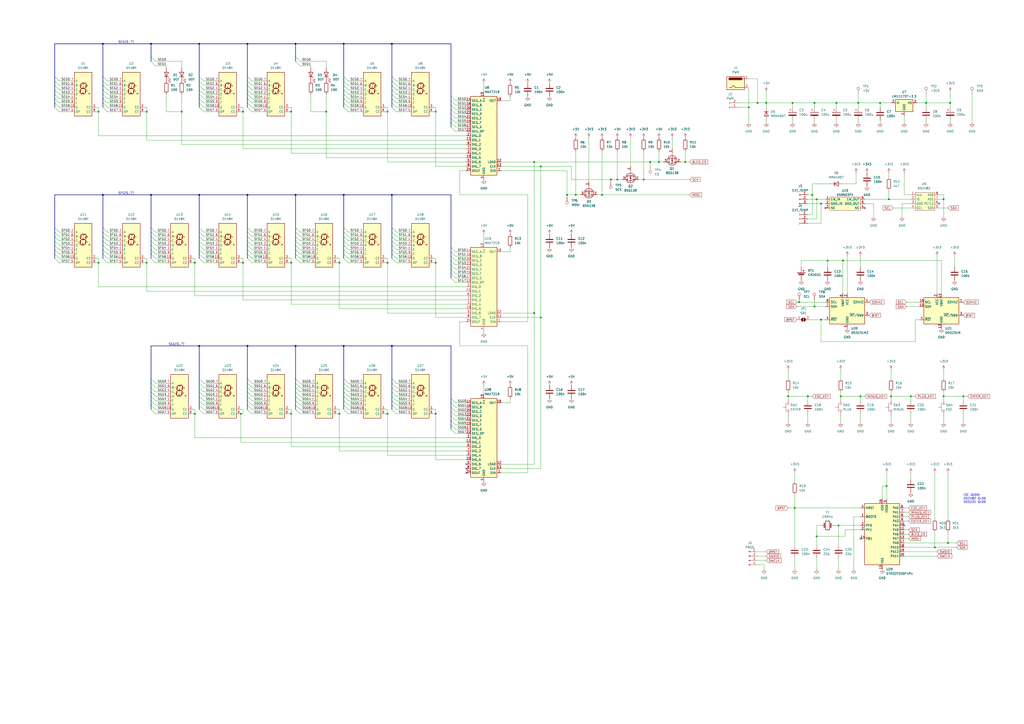
<source format=kicad_sch>
(kicad_sch (version 20230121) (generator eeschema)
  (paper "A2")
  (title_block (title "LED clock with thermometer") (date "2024-09-08") (rev "A") (company "trwgQ26xxx"))
  (junction (at 227.33 25.4))
  (junction (at 224.79 240.03))
  (junction (at 328.93 113.03))
  (junction (at 227.33 113.03))
  (junction (at 57.15 152.4))
  (junction (at 196.85 152.4))
  (junction (at 85.09 152.4))
  (junction (at 497.84 59.69))
  (junction (at 476.25 185.42))
  (junction (at 224.79 152.4))
  (junction (at 199.39 113.03))
  (junction (at 434.34 62.23))
  (junction (at 171.45 113.03))
  (junction (at 537.21 59.69))
  (junction (at 199.39 25.4))
  (junction (at 87.63 113.03))
  (junction (at 252.73 64.77))
  (junction (at 515.62 115.57))
  (junction (at 334.01 113.03))
  (junction (at 373.38 104.14))
  (junction (at 558.8 229.87))
  (junction (at 115.57 200.66))
  (junction (at 549.91 314.96))
  (junction (at 468.63 229.87))
  (junction (at 115.57 113.03))
  (junction (at 113.03 152.4))
  (junction (at 309.88 93.98))
  (junction (at 547.37 229.87))
  (junction (at 472.44 177.8))
  (junction (at 199.39 200.66))
  (junction (at 224.79 64.77))
  (junction (at 140.97 152.4))
  (junction (at 473.71 115.57))
  (junction (at 476.25 118.11))
  (junction (at 547.37 115.57))
  (junction (at 105.41 64.77))
  (junction (at 143.51 200.66))
  (junction (at 472.44 59.69))
  (junction (at 377.19 93.98))
  (junction (at 516.89 229.87))
  (junction (at 139.7 240.03))
  (junction (at 140.97 64.77))
  (junction (at 168.91 240.03))
  (junction (at 459.74 59.69))
  (junction (at 313.69 96.52))
  (junction (at 499.11 229.87))
  (junction (at 227.33 200.66))
  (junction (at 471.17 113.03))
  (junction (at 196.85 240.03))
  (junction (at 143.51 25.4))
  (junction (at 463.55 175.26))
  (junction (at 168.91 152.4))
  (junction (at 57.15 64.77))
  (junction (at 168.91 64.77))
  (junction (at 349.25 113.03))
  (junction (at 115.57 25.4))
  (junction (at 528.32 229.87))
  (junction (at 59.69 25.4))
  (junction (at 485.14 59.69))
  (junction (at 487.68 229.87))
  (junction (at 382.27 93.98))
  (junction (at 542.29 317.5))
  (junction (at 486.41 304.8))
  (junction (at 514.35 281.94))
  (junction (at 171.45 200.66))
  (junction (at 473.71 311.15))
  (junction (at 87.63 25.4))
  (junction (at 457.2 229.87))
  (junction (at 551.18 59.69))
  (junction (at 510.54 59.69))
  (junction (at 480.06 151.13))
  (junction (at 488.95 151.13))
  (junction (at 59.69 113.03))
  (junction (at 397.51 93.98))
  (junction (at 85.09 64.77))
  (junction (at 358.14 104.14))
  (junction (at 252.73 152.4))
  (junction (at 444.5 59.69))
  (junction (at 171.45 25.4))
  (junction (at 189.23 64.77))
  (junction (at 309.88 181.61))
  (junction (at 439.42 59.69))
  (junction (at 354.33 104.14))
  (junction (at 313.69 184.15))
  (junction (at 143.51 113.03))
  (junction (at 113.03 240.03))
  (junction (at 252.73 240.03))
  (junction (at 461.01 294.64))
  (no_connect (at 270.51 271.78))
  (no_connect (at 524.51 304.8))
  (no_connect (at 270.51 274.32))
  (no_connect (at 499.11 312.42))
  (no_connect (at 544.83 118.11))
  (no_connect (at 270.51 269.24))
  (bus_entry (at 261.62 241.3) (size 2.54 2.54))
  (bus_entry (at 59.69 134.62) (size 2.54 2.54))
  (bus_entry (at 87.63 139.7) (size 2.54 2.54))
  (bus_entry (at 171.45 149.86) (size 2.54 2.54))
  (bus_entry (at 143.51 139.7) (size 2.54 2.54))
  (bus_entry (at 59.69 137.16) (size 2.54 2.54))
  (bus_entry (at 87.63 132.08) (size 2.54 2.54))
  (bus_entry (at 31.75 49.53) (size 2.54 2.54))
  (bus_entry (at 87.63 224.79) (size 2.54 2.54))
  (bus_entry (at 261.62 151.13) (size 2.54 2.54))
  (bus_entry (at 31.75 46.99) (size 2.54 2.54))
  (bus_entry (at 227.33 234.95) (size 2.54 2.54))
  (bus_entry (at 199.39 59.69) (size 2.54 2.54))
  (bus_entry (at 261.62 60.96) (size 2.54 2.54))
  (bus_entry (at 115.57 52.07) (size 2.54 2.54))
  (bus_entry (at 115.57 139.7) (size 2.54 2.54))
  (bus_entry (at 171.45 132.08) (size 2.54 2.54))
  (bus_entry (at 143.51 142.24) (size 2.54 2.54))
  (bus_entry (at 171.45 222.25) (size 2.54 2.54))
  (bus_entry (at 115.57 44.45) (size 2.54 2.54))
  (bus_entry (at 87.63 234.95) (size 2.54 2.54))
  (bus_entry (at 261.62 246.38) (size 2.54 2.54))
  (bus_entry (at 115.57 59.69) (size 2.54 2.54))
  (bus_entry (at 199.39 137.16) (size 2.54 2.54))
  (bus_entry (at 59.69 52.07) (size 2.54 2.54))
  (bus_entry (at 143.51 59.69) (size 2.54 2.54))
  (bus_entry (at 261.62 236.22) (size 2.54 2.54))
  (bus_entry (at 227.33 232.41) (size 2.54 2.54))
  (bus_entry (at 227.33 222.25) (size 2.54 2.54))
  (bus_entry (at 143.51 137.16) (size 2.54 2.54))
  (bus_entry (at 171.45 232.41) (size 2.54 2.54))
  (bus_entry (at 143.51 144.78) (size 2.54 2.54))
  (bus_entry (at 115.57 54.61) (size 2.54 2.54))
  (bus_entry (at 261.62 66.04) (size 2.54 2.54))
  (bus_entry (at 143.51 149.86) (size 2.54 2.54))
  (bus_entry (at 59.69 54.61) (size 2.54 2.54))
  (bus_entry (at 115.57 237.49) (size 2.54 2.54))
  (bus_entry (at 31.75 144.78) (size 2.54 2.54))
  (bus_entry (at 199.39 62.23) (size 2.54 2.54))
  (bus_entry (at 199.39 222.25) (size 2.54 2.54))
  (bus_entry (at 31.75 139.7) (size 2.54 2.54))
  (bus_entry (at 171.45 147.32) (size 2.54 2.54))
  (bus_entry (at 227.33 62.23) (size 2.54 2.54))
  (bus_entry (at 115.57 227.33) (size 2.54 2.54))
  (bus_entry (at 261.62 158.75) (size 2.54 2.54))
  (bus_entry (at 87.63 147.32) (size 2.54 2.54))
  (bus_entry (at 171.45 134.62) (size 2.54 2.54))
  (bus_entry (at 227.33 49.53) (size 2.54 2.54))
  (bus_entry (at 87.63 222.25) (size 2.54 2.54))
  (bus_entry (at 227.33 44.45) (size 2.54 2.54))
  (bus_entry (at 115.57 219.71) (size 2.54 2.54))
  (bus_entry (at 115.57 62.23) (size 2.54 2.54))
  (bus_entry (at 171.45 237.49) (size 2.54 2.54))
  (bus_entry (at 143.51 46.99) (size 2.54 2.54))
  (bus_entry (at 171.45 137.16) (size 2.54 2.54))
  (bus_entry (at 31.75 134.62) (size 2.54 2.54))
  (bus_entry (at 143.51 222.25) (size 2.54 2.54))
  (bus_entry (at 143.51 132.08) (size 2.54 2.54))
  (bus_entry (at 261.62 143.51) (size 2.54 2.54))
  (bus_entry (at 59.69 149.86) (size 2.54 2.54))
  (bus_entry (at 87.63 144.78) (size 2.54 2.54))
  (bus_entry (at 261.62 146.05) (size 2.54 2.54))
  (bus_entry (at 31.75 62.23) (size 2.54 2.54))
  (bus_entry (at 199.39 224.79) (size 2.54 2.54))
  (bus_entry (at 143.51 54.61) (size 2.54 2.54))
  (bus_entry (at 87.63 227.33) (size 2.54 2.54))
  (bus_entry (at 143.51 227.33) (size 2.54 2.54))
  (bus_entry (at 59.69 57.15) (size 2.54 2.54))
  (bus_entry (at 199.39 132.08) (size 2.54 2.54))
  (bus_entry (at 31.75 147.32) (size 2.54 2.54))
  (bus_entry (at 199.39 219.71) (size 2.54 2.54))
  (bus_entry (at 227.33 227.33) (size 2.54 2.54))
  (bus_entry (at 87.63 35.56) (size 2.54 2.54))
  (bus_entry (at 227.33 57.15) (size 2.54 2.54))
  (bus_entry (at 87.63 237.49) (size 2.54 2.54))
  (bus_entry (at 31.75 44.45) (size 2.54 2.54))
  (bus_entry (at 87.63 142.24) (size 2.54 2.54))
  (bus_entry (at 59.69 49.53) (size 2.54 2.54))
  (bus_entry (at 143.51 234.95) (size 2.54 2.54))
  (bus_entry (at 199.39 139.7) (size 2.54 2.54))
  (bus_entry (at 199.39 134.62) (size 2.54 2.54))
  (bus_entry (at 115.57 147.32) (size 2.54 2.54))
  (bus_entry (at 199.39 49.53) (size 2.54 2.54))
  (bus_entry (at 199.39 57.15) (size 2.54 2.54))
  (bus_entry (at 199.39 147.32) (size 2.54 2.54))
  (bus_entry (at 227.33 52.07) (size 2.54 2.54))
  (bus_entry (at 261.62 68.58) (size 2.54 2.54))
  (bus_entry (at 87.63 149.86) (size 2.54 2.54))
  (bus_entry (at 261.62 63.5) (size 2.54 2.54))
  (bus_entry (at 199.39 149.86) (size 2.54 2.54))
  (bus_entry (at 199.39 54.61) (size 2.54 2.54))
  (bus_entry (at 143.51 232.41) (size 2.54 2.54))
  (bus_entry (at 31.75 137.16) (size 2.54 2.54))
  (bus_entry (at 261.62 238.76) (size 2.54 2.54))
  (bus_entry (at 115.57 222.25) (size 2.54 2.54))
  (bus_entry (at 87.63 232.41) (size 2.54 2.54))
  (bus_entry (at 115.57 144.78) (size 2.54 2.54))
  (bus_entry (at 59.69 44.45) (size 2.54 2.54))
  (bus_entry (at 59.69 46.99) (size 2.54 2.54))
  (bus_entry (at 261.62 161.29) (size 2.54 2.54))
  (bus_entry (at 87.63 137.16) (size 2.54 2.54))
  (bus_entry (at 115.57 49.53) (size 2.54 2.54))
  (bus_entry (at 87.63 33.02) (size 2.54 2.54))
  (bus_entry (at 115.57 232.41) (size 2.54 2.54))
  (bus_entry (at 115.57 234.95) (size 2.54 2.54))
  (bus_entry (at 115.57 57.15) (size 2.54 2.54))
  (bus_entry (at 59.69 59.69) (size 2.54 2.54))
  (bus_entry (at 227.33 132.08) (size 2.54 2.54))
  (bus_entry (at 199.39 142.24) (size 2.54 2.54))
  (bus_entry (at 199.39 46.99) (size 2.54 2.54))
  (bus_entry (at 59.69 147.32) (size 2.54 2.54))
  (bus_entry (at 227.33 147.32) (size 2.54 2.54))
  (bus_entry (at 143.51 57.15) (size 2.54 2.54))
  (bus_entry (at 171.45 33.02) (size 2.54 2.54))
  (bus_entry (at 261.62 243.84) (size 2.54 2.54))
  (bus_entry (at 31.75 132.08) (size 2.54 2.54))
  (bus_entry (at 199.39 44.45) (size 2.54 2.54))
  (bus_entry (at 199.39 52.07) (size 2.54 2.54))
  (bus_entry (at 227.33 142.24) (size 2.54 2.54))
  (bus_entry (at 171.45 234.95) (size 2.54 2.54))
  (bus_entry (at 171.45 227.33) (size 2.54 2.54))
  (bus_entry (at 199.39 227.33) (size 2.54 2.54))
  (bus_entry (at 115.57 149.86) (size 2.54 2.54))
  (bus_entry (at 115.57 46.99) (size 2.54 2.54))
  (bus_entry (at 171.45 229.87) (size 2.54 2.54))
  (bus_entry (at 59.69 132.08) (size 2.54 2.54))
  (bus_entry (at 199.39 144.78) (size 2.54 2.54))
  (bus_entry (at 261.62 71.12) (size 2.54 2.54))
  (bus_entry (at 115.57 229.87) (size 2.54 2.54))
  (bus_entry (at 31.75 57.15) (size 2.54 2.54))
  (bus_entry (at 143.51 237.49) (size 2.54 2.54))
  (bus_entry (at 59.69 62.23) (size 2.54 2.54))
  (bus_entry (at 227.33 224.79) (size 2.54 2.54))
  (bus_entry (at 261.62 153.67) (size 2.54 2.54))
  (bus_entry (at 143.51 49.53) (size 2.54 2.54))
  (bus_entry (at 227.33 229.87) (size 2.54 2.54))
  (bus_entry (at 87.63 219.71) (size 2.54 2.54))
  (bus_entry (at 261.62 231.14) (size 2.54 2.54))
  (bus_entry (at 115.57 142.24) (size 2.54 2.54))
  (bus_entry (at 31.75 52.07) (size 2.54 2.54))
  (bus_entry (at 227.33 219.71) (size 2.54 2.54))
  (bus_entry (at 171.45 139.7) (size 2.54 2.54))
  (bus_entry (at 143.51 62.23) (size 2.54 2.54))
  (bus_entry (at 59.69 144.78) (size 2.54 2.54))
  (bus_entry (at 227.33 237.49) (size 2.54 2.54))
  (bus_entry (at 227.33 149.86) (size 2.54 2.54))
  (bus_entry (at 261.62 58.42) (size 2.54 2.54))
  (bus_entry (at 171.45 35.56) (size 2.54 2.54))
  (bus_entry (at 261.62 73.66) (size 2.54 2.54))
  (bus_entry (at 59.69 139.7) (size 2.54 2.54))
  (bus_entry (at 227.33 59.69) (size 2.54 2.54))
  (bus_entry (at 115.57 137.16) (size 2.54 2.54))
  (bus_entry (at 115.57 132.08) (size 2.54 2.54))
  (bus_entry (at 227.33 54.61) (size 2.54 2.54))
  (bus_entry (at 115.57 134.62) (size 2.54 2.54))
  (bus_entry (at 199.39 234.95) (size 2.54 2.54))
  (bus_entry (at 171.45 142.24) (size 2.54 2.54))
  (bus_entry (at 87.63 134.62) (size 2.54 2.54))
  (bus_entry (at 227.33 46.99) (size 2.54 2.54))
  (bus_entry (at 227.33 139.7) (size 2.54 2.54))
  (bus_entry (at 171.45 224.79) (size 2.54 2.54))
  (bus_entry (at 31.75 149.86) (size 2.54 2.54))
  (bus_entry (at 143.51 219.71) (size 2.54 2.54))
  (bus_entry (at 261.62 156.21) (size 2.54 2.54))
  (bus_entry (at 31.75 142.24) (size 2.54 2.54))
  (bus_entry (at 227.33 144.78) (size 2.54 2.54))
  (bus_entry (at 143.51 134.62) (size 2.54 2.54))
  (bus_entry (at 227.33 137.16) (size 2.54 2.54))
  (bus_entry (at 261.62 55.88) (size 2.54 2.54))
  (bus_entry (at 143.51 147.32) (size 2.54 2.54))
  (bus_entry (at 227.33 134.62) (size 2.54 2.54))
  (bus_entry (at 261.62 233.68) (size 2.54 2.54))
  (bus_entry (at 171.45 219.71) (size 2.54 2.54))
  (bus_entry (at 59.69 142.24) (size 2.54 2.54))
  (bus_entry (at 199.39 232.41) (size 2.54 2.54))
  (bus_entry (at 87.63 229.87) (size 2.54 2.54))
  (bus_entry (at 199.39 237.49) (size 2.54 2.54))
  (bus_entry (at 143.51 44.45) (size 2.54 2.54))
  (bus_entry (at 199.39 229.87) (size 2.54 2.54))
  (bus_entry (at 261.62 248.92) (size 2.54 2.54))
  (bus_entry (at 115.57 224.79) (size 2.54 2.54))
  (bus_entry (at 171.45 144.78) (size 2.54 2.54))
  (bus_entry (at 31.75 54.61) (size 2.54 2.54))
  (bus_entry (at 143.51 229.87) (size 2.54 2.54))
  (bus_entry (at 31.75 59.69) (size 2.54 2.54))
  (bus_entry (at 143.51 224.79) (size 2.54 2.54))
  (bus_entry (at 143.51 52.07) (size 2.54 2.54))
  (bus_entry (at 261.62 148.59) (size 2.54 2.54))
  (bus (pts (xy 227.33 229.87) (xy 227.33 232.41)))
  (wire (pts (xy 34.29 137.16) (xy 40.64 137.16)))
  (bus (pts (xy 115.57 200.66) (xy 143.51 200.66)))
  (bus (pts (xy 115.57 219.71) (xy 115.57 222.25)))
  (wire (pts (xy 463.55 175.26) (xy 478.79 175.26)))
  (wire (pts (xy 551.18 53.34) (xy 551.18 59.69)))
  (wire (pts (xy 551.18 62.23) (xy 551.18 59.69)))
  (wire (pts (xy 264.16 146.05) (xy 270.51 146.05)))
  (wire (pts (xy 62.23 137.16) (xy 68.58 137.16)))
  (wire (pts (xy 457.2 229.87) (xy 457.2 231.14)))
  (wire (pts (xy 146.05 52.07) (xy 152.4 52.07)))
  (bus (pts (xy 115.57 59.69) (xy 115.57 62.23)))
  (bus (pts (xy 87.63 33.02) (xy 87.63 35.56)))
  (bus (pts (xy 87.63 139.7) (xy 87.63 142.24)))
  (wire (pts (xy 264.16 66.04) (xy 270.51 66.04)))
  (wire (pts (xy 118.11 229.87) (xy 124.46 229.87)))
  (wire (pts (xy 167.64 240.03) (xy 168.91 240.03)))
  (wire (pts (xy 444.5 69.85) (xy 444.5 71.12)))
  (wire (pts (xy 331.47 104.14) (xy 331.47 96.52)))
  (wire (pts (xy 373.38 87.63) (xy 373.38 104.14)))
  (wire (pts (xy 118.11 134.62) (xy 124.46 134.62)))
  (wire (pts (xy 180.34 38.1) (xy 180.34 39.37)))
  (bus (pts (xy 115.57 142.24) (xy 115.57 144.78)))
  (wire (pts (xy 264.16 236.22) (xy 270.51 236.22)))
  (wire (pts (xy 468.63 127) (xy 473.71 127)))
  (bus (pts (xy 171.45 113.03) (xy 199.39 113.03)))
  (wire (pts (xy 280.67 223.52) (xy 280.67 228.6)))
  (wire (pts (xy 524.51 322.58) (xy 543.56 322.58)))
  (bus (pts (xy 143.51 144.78) (xy 143.51 147.32)))
  (wire (pts (xy 264.16 71.12) (xy 270.51 71.12)))
  (wire (pts (xy 270.51 184.15) (xy 252.73 184.15)))
  (wire (pts (xy 461.01 294.64) (xy 461.01 316.23)))
  (wire (pts (xy 223.52 64.77) (xy 224.79 64.77)))
  (wire (pts (xy 483.87 304.8) (xy 486.41 304.8)))
  (wire (pts (xy 295.91 58.42) (xy 295.91 55.88)))
  (wire (pts (xy 328.93 99.06) (xy 290.83 99.06)))
  (wire (pts (xy 168.91 149.86) (xy 167.64 149.86)))
  (wire (pts (xy 168.91 152.4) (xy 168.91 149.86)))
  (wire (pts (xy 139.7 256.54) (xy 270.51 256.54)))
  (wire (pts (xy 547.37 214.63) (xy 547.37 219.71)))
  (wire (pts (xy 173.99 240.03) (xy 180.34 240.03)))
  (wire (pts (xy 510.54 69.85) (xy 510.54 71.12)))
  (bus (pts (xy 87.63 222.25) (xy 87.63 224.79)))
  (wire (pts (xy 229.87 134.62) (xy 236.22 134.62)))
  (wire (pts (xy 90.17 142.24) (xy 96.52 142.24)))
  (wire (pts (xy 495.3 299.72) (xy 499.11 299.72)))
  (bus (pts (xy 115.57 227.33) (xy 115.57 229.87)))
  (wire (pts (xy 510.54 59.69) (xy 516.89 59.69)))
  (bus (pts (xy 87.63 200.66) (xy 115.57 200.66)))
  (wire (pts (xy 201.93 52.07) (xy 208.28 52.07)))
  (wire (pts (xy 290.83 146.05) (xy 295.91 146.05)))
  (wire (pts (xy 290.83 274.32) (xy 306.07 274.32)))
  (wire (pts (xy 146.05 134.62) (xy 152.4 134.62)))
  (wire (pts (xy 547.37 241.3) (xy 547.37 245.11)))
  (wire (pts (xy 85.09 152.4) (xy 85.09 149.86)))
  (wire (pts (xy 472.44 177.8) (xy 478.79 177.8)))
  (wire (pts (xy 488.95 106.68) (xy 496.57 106.68)))
  (wire (pts (xy 516.89 214.63) (xy 516.89 219.71)))
  (wire (pts (xy 146.05 64.77) (xy 152.4 64.77)))
  (wire (pts (xy 224.79 264.16) (xy 270.51 264.16)))
  (wire (pts (xy 85.09 64.77) (xy 85.09 62.23)))
  (bus (pts (xy 171.45 200.66) (xy 199.39 200.66)))
  (wire (pts (xy 34.29 62.23) (xy 40.64 62.23)))
  (wire (pts (xy 173.99 147.32) (xy 180.34 147.32)))
  (wire (pts (xy 544.83 113.03) (xy 547.37 113.03)))
  (wire (pts (xy 34.29 134.62) (xy 40.64 134.62)))
  (wire (pts (xy 140.97 86.36) (xy 270.51 86.36)))
  (wire (pts (xy 189.23 64.77) (xy 189.23 91.44)))
  (bus (pts (xy 199.39 113.03) (xy 199.39 132.08)))
  (wire (pts (xy 140.97 240.03) (xy 140.97 237.49)))
  (wire (pts (xy 173.99 229.87) (xy 180.34 229.87)))
  (wire (pts (xy 290.83 271.78) (xy 313.69 271.78)))
  (bus (pts (xy 31.75 49.53) (xy 31.75 52.07)))
  (wire (pts (xy 229.87 237.49) (xy 236.22 237.49)))
  (wire (pts (xy 146.05 142.24) (xy 152.4 142.24)))
  (bus (pts (xy 227.33 139.7) (xy 227.33 142.24)))
  (bus (pts (xy 87.63 200.66) (xy 87.63 219.71)))
  (wire (pts (xy 382.27 93.98) (xy 384.81 93.98)))
  (bus (pts (xy 87.63 227.33) (xy 87.63 229.87)))
  (wire (pts (xy 140.97 86.36) (xy 140.97 64.77)))
  (bus (pts (xy 199.39 200.66) (xy 199.39 219.71)))
  (bus (pts (xy 261.62 146.05) (xy 261.62 148.59)))
  (bus (pts (xy 199.39 227.33) (xy 199.39 229.87)))
  (wire (pts (xy 499.11 148.59) (xy 499.11 154.94)))
  (wire (pts (xy 173.99 152.4) (xy 180.34 152.4)))
  (wire (pts (xy 90.17 237.49) (xy 96.52 237.49)))
  (wire (pts (xy 57.15 166.37) (xy 57.15 152.4)))
  (bus (pts (xy 171.45 147.32) (xy 171.45 149.86)))
  (wire (pts (xy 459.74 69.85) (xy 459.74 71.12)))
  (wire (pts (xy 118.11 57.15) (xy 124.46 57.15)))
  (wire (pts (xy 524.51 317.5) (xy 542.29 317.5)))
  (wire (pts (xy 251.46 64.77) (xy 252.73 64.77)))
  (wire (pts (xy 290.83 93.98) (xy 309.88 93.98)))
  (wire (pts (xy 485.14 59.69) (xy 485.14 62.23)))
  (wire (pts (xy 118.11 137.16) (xy 124.46 137.16)))
  (wire (pts (xy 62.23 62.23) (xy 68.58 62.23)))
  (wire (pts (xy 546.1 151.13) (xy 546.1 170.18)))
  (bus (pts (xy 115.57 229.87) (xy 115.57 232.41)))
  (bus (pts (xy 115.57 49.53) (xy 115.57 52.07)))
  (bus (pts (xy 171.45 113.03) (xy 171.45 132.08)))
  (bus (pts (xy 31.75 25.4) (xy 59.69 25.4)))
  (bus (pts (xy 115.57 232.41) (xy 115.57 234.95)))
  (wire (pts (xy 196.85 179.07) (xy 196.85 152.4)))
  (wire (pts (xy 85.09 168.91) (xy 85.09 152.4)))
  (wire (pts (xy 201.93 144.78) (xy 208.28 144.78)))
  (wire (pts (xy 563.88 54.61) (xy 563.88 71.12)))
  (wire (pts (xy 111.76 240.03) (xy 113.03 240.03)))
  (wire (pts (xy 462.28 177.8) (xy 472.44 177.8)))
  (bus (pts (xy 227.33 227.33) (xy 227.33 229.87)))
  (wire (pts (xy 488.95 151.13) (xy 546.1 151.13)))
  (wire (pts (xy 173.99 227.33) (xy 180.34 227.33)))
  (wire (pts (xy 547.37 229.87) (xy 558.8 229.87)))
  (wire (pts (xy 146.05 224.79) (xy 152.4 224.79)))
  (wire (pts (xy 252.73 237.49) (xy 251.46 237.49)))
  (wire (pts (xy 497.84 54.61) (xy 497.84 59.69)))
  (bus (pts (xy 261.62 231.14) (xy 261.62 233.68)))
  (wire (pts (xy 334.01 87.63) (xy 334.01 113.03)))
  (bus (pts (xy 87.63 147.32) (xy 87.63 149.86)))
  (wire (pts (xy 34.29 57.15) (xy 40.64 57.15)))
  (wire (pts (xy 264.16 233.68) (xy 270.51 233.68)))
  (bus (pts (xy 171.45 142.24) (xy 171.45 144.78)))
  (wire (pts (xy 511.81 289.56) (xy 511.81 281.94)))
  (wire (pts (xy 168.91 259.08) (xy 168.91 240.03)))
  (wire (pts (xy 201.93 137.16) (xy 208.28 137.16)))
  (wire (pts (xy 547.37 229.87) (xy 547.37 231.14)))
  (bus (pts (xy 115.57 132.08) (xy 115.57 134.62)))
  (wire (pts (xy 264.16 243.84) (xy 270.51 243.84)))
  (wire (pts (xy 223.52 240.03) (xy 224.79 240.03)))
  (wire (pts (xy 201.93 134.62) (xy 208.28 134.62)))
  (wire (pts (xy 168.91 237.49) (xy 167.64 237.49)))
  (wire (pts (xy 201.93 222.25) (xy 208.28 222.25)))
  (wire (pts (xy 443.23 327.66) (xy 443.23 330.2)))
  (bus (pts (xy 31.75 142.24) (xy 31.75 144.78)))
  (wire (pts (xy 524.51 312.42) (xy 527.05 312.42)))
  (wire (pts (xy 476.25 185.42) (xy 478.79 185.42)))
  (bus (pts (xy 143.51 139.7) (xy 143.51 142.24)))
  (wire (pts (xy 346.71 113.03) (xy 349.25 113.03)))
  (wire (pts (xy 118.11 62.23) (xy 124.46 62.23)))
  (wire (pts (xy 514.35 274.32) (xy 514.35 281.94)))
  (wire (pts (xy 264.16 246.38) (xy 270.51 246.38)))
  (wire (pts (xy 496.57 106.68) (xy 496.57 100.33)))
  (bus (pts (xy 227.33 44.45) (xy 227.33 46.99)))
  (bus (pts (xy 87.63 229.87) (xy 87.63 232.41)))
  (bus (pts (xy 227.33 144.78) (xy 227.33 147.32)))
  (wire (pts (xy 543.56 148.59) (xy 543.56 170.18)))
  (wire (pts (xy 201.93 142.24) (xy 208.28 142.24)))
  (bus (pts (xy 199.39 52.07) (xy 199.39 54.61)))
  (wire (pts (xy 264.16 251.46) (xy 270.51 251.46)))
  (wire (pts (xy 377.19 93.98) (xy 377.19 96.52)))
  (wire (pts (xy 229.87 232.41) (xy 236.22 232.41)))
  (bus (pts (xy 31.75 46.99) (xy 31.75 49.53)))
  (wire (pts (xy 472.44 59.69) (xy 485.14 59.69)))
  (wire (pts (xy 34.29 54.61) (xy 40.64 54.61)))
  (wire (pts (xy 224.79 264.16) (xy 224.79 240.03)))
  (wire (pts (xy 90.17 147.32) (xy 96.52 147.32)))
  (wire (pts (xy 468.63 240.03) (xy 468.63 245.11)))
  (bus (pts (xy 115.57 200.66) (xy 115.57 219.71)))
  (wire (pts (xy 229.87 59.69) (xy 236.22 59.69)))
  (wire (pts (xy 514.35 281.94) (xy 514.35 289.56)))
  (wire (pts (xy 140.97 173.99) (xy 140.97 152.4)))
  (bus (pts (xy 261.62 158.75) (xy 261.62 161.29)))
  (bus (pts (xy 115.57 139.7) (xy 115.57 142.24)))
  (bus (pts (xy 199.39 229.87) (xy 199.39 232.41)))
  (wire (pts (xy 85.09 149.86) (xy 83.82 149.86)))
  (wire (pts (xy 201.93 64.77) (xy 208.28 64.77)))
  (wire (pts (xy 139.7 256.54) (xy 139.7 240.03)))
  (bus (pts (xy 115.57 113.03) (xy 143.51 113.03)))
  (wire (pts (xy 306.07 113.03) (xy 266.7 113.03)))
  (bus (pts (xy 115.57 144.78) (xy 115.57 147.32)))
  (wire (pts (xy 118.11 59.69) (xy 124.46 59.69)))
  (wire (pts (xy 118.11 237.49) (xy 124.46 237.49)))
  (bus (pts (xy 31.75 44.45) (xy 31.75 46.99)))
  (bus (pts (xy 87.63 144.78) (xy 87.63 147.32)))
  (wire (pts (xy 118.11 64.77) (xy 124.46 64.77)))
  (wire (pts (xy 270.51 266.7) (xy 252.73 266.7)))
  (wire (pts (xy 34.29 152.4) (xy 40.64 152.4)))
  (bus (pts (xy 143.51 52.07) (xy 143.51 54.61)))
  (wire (pts (xy 551.18 69.85) (xy 551.18 71.12)))
  (bus (pts (xy 59.69 142.24) (xy 59.69 144.78)))
  (wire (pts (xy 57.15 149.86) (xy 55.88 149.86)))
  (bus (pts (xy 227.33 59.69) (xy 227.33 62.23)))
  (wire (pts (xy 486.41 304.8) (xy 486.41 316.23)))
  (bus (pts (xy 261.62 246.38) (xy 261.62 248.92)))
  (wire (pts (xy 468.63 115.57) (xy 473.71 115.57)))
  (bus (pts (xy 59.69 49.53) (xy 59.69 52.07)))
  (wire (pts (xy 118.11 222.25) (xy 124.46 222.25)))
  (wire (pts (xy 201.93 227.33) (xy 208.28 227.33)))
  (wire (pts (xy 524.51 299.72) (xy 527.05 299.72)))
  (wire (pts (xy 168.91 176.53) (xy 168.91 152.4)))
  (wire (pts (xy 173.99 224.79) (xy 180.34 224.79)))
  (wire (pts (xy 525.78 177.8) (xy 533.4 177.8)))
  (bus (pts (xy 171.45 144.78) (xy 171.45 147.32)))
  (bus (pts (xy 227.33 25.4) (xy 227.33 44.45)))
  (wire (pts (xy 146.05 240.03) (xy 152.4 240.03)))
  (bus (pts (xy 199.39 113.03) (xy 227.33 113.03)))
  (wire (pts (xy 537.21 69.85) (xy 537.21 71.12)))
  (bus (pts (xy 59.69 54.61) (xy 59.69 57.15)))
  (bus (pts (xy 31.75 132.08) (xy 31.75 113.03)))
  (bus (pts (xy 143.51 224.79) (xy 143.51 227.33)))
  (bus (pts (xy 227.33 219.71) (xy 227.33 222.25)))
  (wire (pts (xy 309.88 93.98) (xy 377.19 93.98)))
  (wire (pts (xy 201.93 46.99) (xy 208.28 46.99)))
  (wire (pts (xy 461.01 330.2) (xy 461.01 323.85)))
  (wire (pts (xy 113.03 171.45) (xy 270.51 171.45)))
  (wire (pts (xy 528.32 118.11) (xy 523.24 118.11)))
  (wire (pts (xy 349.25 87.63) (xy 349.25 113.03)))
  (wire (pts (xy 201.93 147.32) (xy 208.28 147.32)))
  (wire (pts (xy 487.68 241.3) (xy 487.68 245.11)))
  (wire (pts (xy 229.87 240.03) (xy 236.22 240.03)))
  (wire (pts (xy 139.7 64.77) (xy 140.97 64.77)))
  (wire (pts (xy 313.69 96.52) (xy 313.69 184.15)))
  (bus (pts (xy 87.63 25.4) (xy 115.57 25.4)))
  (wire (pts (xy 313.69 96.52) (xy 331.47 96.52)))
  (wire (pts (xy 544.83 115.57) (xy 547.37 115.57)))
  (wire (pts (xy 515.62 115.57) (xy 528.32 115.57)))
  (wire (pts (xy 34.29 147.32) (xy 40.64 147.32)))
  (bus (pts (xy 227.33 137.16) (xy 227.33 139.7)))
  (wire (pts (xy 524.51 297.18) (xy 527.05 297.18)))
  (wire (pts (xy 468.63 229.87) (xy 468.63 232.41)))
  (wire (pts (xy 139.7 152.4) (xy 140.97 152.4)))
  (wire (pts (xy 516.89 241.3) (xy 516.89 245.11)))
  (wire (pts (xy 90.17 232.41) (xy 96.52 232.41)))
  (bus (pts (xy 227.33 25.4) (xy 261.62 25.4)))
  (bus (pts (xy 59.69 144.78) (xy 59.69 147.32)))
  (wire (pts (xy 510.54 59.69) (xy 510.54 62.23)))
  (wire (pts (xy 62.23 49.53) (xy 68.58 49.53)))
  (bus (pts (xy 171.45 227.33) (xy 171.45 229.87)))
  (wire (pts (xy 468.63 129.54) (xy 476.25 129.54)))
  (wire (pts (xy 473.71 311.15) (xy 473.71 316.23)))
  (wire (pts (xy 140.97 149.86) (xy 139.7 149.86)))
  (wire (pts (xy 173.99 149.86) (xy 180.34 149.86)))
  (wire (pts (xy 83.82 152.4) (xy 85.09 152.4)))
  (wire (pts (xy 229.87 227.33) (xy 236.22 227.33)))
  (bus (pts (xy 143.51 147.32) (xy 143.51 149.86)))
  (wire (pts (xy 118.11 232.41) (xy 124.46 232.41)))
  (wire (pts (xy 34.29 64.77) (xy 40.64 64.77)))
  (bus (pts (xy 261.62 71.12) (xy 261.62 73.66)))
  (wire (pts (xy 57.15 152.4) (xy 57.15 149.86)))
  (bus (pts (xy 143.51 44.45) (xy 143.51 46.99)))
  (wire (pts (xy 516.89 227.33) (xy 516.89 229.87)))
  (wire (pts (xy 464.82 151.13) (xy 464.82 154.94)))
  (wire (pts (xy 486.41 304.8) (xy 499.11 304.8)))
  (wire (pts (xy 62.23 134.62) (xy 68.58 134.62)))
  (wire (pts (xy 62.23 54.61) (xy 68.58 54.61)))
  (wire (pts (xy 34.29 144.78) (xy 40.64 144.78)))
  (wire (pts (xy 515.62 100.33) (xy 515.62 102.87)))
  (bus (pts (xy 31.75 134.62) (xy 31.75 137.16)))
  (wire (pts (xy 146.05 152.4) (xy 152.4 152.4)))
  (wire (pts (xy 306.07 274.32) (xy 306.07 200.66)))
  (wire (pts (xy 524.51 294.64) (xy 527.05 294.64)))
  (wire (pts (xy 118.11 46.99) (xy 124.46 46.99)))
  (wire (pts (xy 224.79 240.03) (xy 224.79 237.49)))
  (wire (pts (xy 62.23 147.32) (xy 68.58 147.32)))
  (wire (pts (xy 306.07 186.69) (xy 306.07 113.03)))
  (bus (pts (xy 143.51 229.87) (xy 143.51 232.41)))
  (wire (pts (xy 118.11 152.4) (xy 124.46 152.4)))
  (bus (pts (xy 143.51 200.66) (xy 143.51 219.71)))
  (wire (pts (xy 173.99 237.49) (xy 180.34 237.49)))
  (wire (pts (xy 201.93 57.15) (xy 208.28 57.15)))
  (bus (pts (xy 199.39 44.45) (xy 199.39 46.99)))
  (wire (pts (xy 252.73 149.86) (xy 251.46 149.86)))
  (wire (pts (xy 189.23 39.37) (xy 189.23 35.56)))
  (wire (pts (xy 471.17 124.46) (xy 471.17 113.03)))
  (bus (pts (xy 87.63 113.03) (xy 87.63 132.08)))
  (bus (pts (xy 227.33 147.32) (xy 227.33 149.86)))
  (bus (pts (xy 261.62 60.96) (xy 261.62 63.5)))
  (wire (pts (xy 118.11 49.53) (xy 124.46 49.53)))
  (bus (pts (xy 227.33 222.25) (xy 227.33 224.79)))
  (wire (pts (xy 485.14 59.69) (xy 497.84 59.69)))
  (wire (pts (xy 90.17 139.7) (xy 96.52 139.7)))
  (wire (pts (xy 57.15 78.74) (xy 270.51 78.74)))
  (bus (pts (xy 31.75 44.45) (xy 31.75 25.4)))
  (wire (pts (xy 434.34 50.8) (xy 434.34 62.23)))
  (bus (pts (xy 261.62 241.3) (xy 261.62 243.84)))
  (wire (pts (xy 270.51 93.98) (xy 224.79 93.98)))
  (wire (pts (xy 358.14 104.14) (xy 360.68 104.14)))
  (wire (pts (xy 140.97 62.23) (xy 139.7 62.23)))
  (bus (pts (xy 199.39 25.4) (xy 199.39 44.45)))
  (wire (pts (xy 457.2 214.63) (xy 457.2 219.71)))
  (wire (pts (xy 168.91 176.53) (xy 270.51 176.53)))
  (wire (pts (xy 173.99 222.25) (xy 180.34 222.25)))
  (wire (pts (xy 146.05 137.16) (xy 152.4 137.16)))
  (bus (pts (xy 199.39 59.69) (xy 199.39 62.23)))
  (wire (pts (xy 295.91 233.68) (xy 295.91 231.14)))
  (wire (pts (xy 497.84 69.85) (xy 497.84 71.12)))
  (wire (pts (xy 549.91 314.96) (xy 554.99 314.96)))
  (wire (pts (xy 394.97 93.98) (xy 397.51 93.98)))
  (wire (pts (xy 229.87 222.25) (xy 236.22 222.25)))
  (bus (pts (xy 143.51 227.33) (xy 143.51 229.87)))
  (wire (pts (xy 487.68 227.33) (xy 487.68 229.87)))
  (wire (pts (xy 515.62 110.49) (xy 515.62 115.57)))
  (bus (pts (xy 261.62 63.5) (xy 261.62 66.04)))
  (wire (pts (xy 90.17 152.4) (xy 96.52 152.4)))
  (wire (pts (xy 146.05 237.49) (xy 152.4 237.49)))
  (bus (pts (xy 227.33 142.24) (xy 227.33 144.78)))
  (bus (pts (xy 143.51 25.4) (xy 143.51 44.45)))
  (wire (pts (xy 290.83 233.68) (xy 295.91 233.68)))
  (wire (pts (xy 528.32 113.03) (xy 524.51 113.03)))
  (wire (pts (xy 524.51 67.31) (xy 524.51 71.12)))
  (wire (pts (xy 173.99 232.41) (xy 180.34 232.41)))
  (wire (pts (xy 146.05 149.86) (xy 152.4 149.86)))
  (wire (pts (xy 34.29 52.07) (xy 40.64 52.07)))
  (wire (pts (xy 229.87 52.07) (xy 236.22 52.07)))
  (wire (pts (xy 349.25 113.03) (xy 400.05 113.03)))
  (wire (pts (xy 118.11 227.33) (xy 124.46 227.33)))
  (wire (pts (xy 524.51 113.03) (xy 524.51 100.33)))
  (wire (pts (xy 118.11 234.95) (xy 124.46 234.95)))
  (wire (pts (xy 201.93 59.69) (xy 208.28 59.69)))
  (wire (pts (xy 488.95 170.18) (xy 488.95 151.13)))
  (bus (pts (xy 115.57 147.32) (xy 115.57 149.86)))
  (wire (pts (xy 547.37 227.33) (xy 547.37 229.87)))
  (wire (pts (xy 196.85 152.4) (xy 196.85 149.86)))
  (wire (pts (xy 264.16 76.2) (xy 270.51 76.2)))
  (bus (pts (xy 227.33 134.62) (xy 227.33 137.16)))
  (wire (pts (xy 224.79 62.23) (xy 223.52 62.23)))
  (bus (pts (xy 171.45 25.4) (xy 199.39 25.4)))
  (wire (pts (xy 173.99 234.95) (xy 180.34 234.95)))
  (wire (pts (xy 146.05 62.23) (xy 152.4 62.23)))
  (wire (pts (xy 468.63 118.11) (xy 476.25 118.11)))
  (wire (pts (xy 118.11 139.7) (xy 124.46 139.7)))
  (wire (pts (xy 537.21 59.69) (xy 537.21 62.23)))
  (wire (pts (xy 397.51 93.98) (xy 400.05 93.98)))
  (wire (pts (xy 328.93 113.03) (xy 334.01 113.03)))
  (wire (pts (xy 146.05 222.25) (xy 152.4 222.25)))
  (wire (pts (xy 96.52 64.77) (xy 96.52 54.61)))
  (bus (pts (xy 143.51 113.03) (xy 143.51 132.08)))
  (wire (pts (xy 264.16 248.92) (xy 270.51 248.92)))
  (wire (pts (xy 523.24 118.11) (xy 523.24 125.73)))
  (wire (pts (xy 280.67 135.89) (xy 280.67 140.97)))
  (wire (pts (xy 457.2 229.87) (xy 468.63 229.87)))
  (wire (pts (xy 439.42 327.66) (xy 443.23 327.66)))
  (bus (pts (xy 199.39 232.41) (xy 199.39 234.95)))
  (wire (pts (xy 495.3 330.2) (xy 495.3 299.72)))
  (wire (pts (xy 434.34 62.23) (xy 434.34 71.12)))
  (wire (pts (xy 252.73 266.7) (xy 252.73 240.03)))
  (bus (pts (xy 143.51 57.15) (xy 143.51 59.69)))
  (wire (pts (xy 34.29 46.99) (xy 40.64 46.99)))
  (wire (pts (xy 113.03 240.03) (xy 113.03 237.49)))
  (wire (pts (xy 229.87 224.79) (xy 236.22 224.79)))
  (wire (pts (xy 201.93 49.53) (xy 208.28 49.53)))
  (wire (pts (xy 229.87 49.53) (xy 236.22 49.53)))
  (wire (pts (xy 201.93 237.49) (xy 208.28 237.49)))
  (wire (pts (xy 457.2 227.33) (xy 457.2 229.87)))
  (bus (pts (xy 143.51 137.16) (xy 143.51 139.7)))
  (wire (pts (xy 195.58 152.4) (xy 196.85 152.4)))
  (bus (pts (xy 199.39 25.4) (xy 227.33 25.4)))
  (bus (pts (xy 87.63 134.62) (xy 87.63 137.16)))
  (bus (pts (xy 59.69 44.45) (xy 59.69 46.99)))
  (wire (pts (xy 473.71 127) (xy 473.71 115.57)))
  (wire (pts (xy 328.93 113.03) (xy 328.93 114.3)))
  (bus (pts (xy 115.57 54.61) (xy 115.57 57.15)))
  (wire (pts (xy 168.91 88.9) (xy 168.91 64.77)))
  (wire (pts (xy 55.88 152.4) (xy 57.15 152.4)))
  (wire (pts (xy 146.05 227.33) (xy 152.4 227.33)))
  (wire (pts (xy 290.83 58.42) (xy 295.91 58.42)))
  (bus (pts (xy 115.57 44.45) (xy 115.57 46.99)))
  (wire (pts (xy 196.85 261.62) (xy 196.85 240.03)))
  (bus (pts (xy 261.62 55.88) (xy 261.62 58.42)))
  (wire (pts (xy 118.11 149.86) (xy 124.46 149.86)))
  (wire (pts (xy 34.29 149.86) (xy 40.64 149.86)))
  (bus (pts (xy 59.69 113.03) (xy 87.63 113.03)))
  (wire (pts (xy 427.99 62.23) (xy 434.34 62.23)))
  (wire (pts (xy 180.34 54.61) (xy 180.34 64.77)))
  (bus (pts (xy 199.39 222.25) (xy 199.39 224.79)))
  (bus (pts (xy 227.33 46.99) (xy 227.33 49.53)))
  (wire (pts (xy 118.11 147.32) (xy 124.46 147.32)))
  (wire (pts (xy 55.88 64.77) (xy 57.15 64.77)))
  (bus (pts (xy 143.51 59.69) (xy 143.51 62.23)))
  (bus (pts (xy 171.45 137.16) (xy 171.45 139.7)))
  (wire (pts (xy 499.11 240.03) (xy 499.11 245.11)))
  (bus (pts (xy 115.57 113.03) (xy 115.57 132.08)))
  (wire (pts (xy 90.17 35.56) (xy 105.41 35.56)))
  (wire (pts (xy 229.87 142.24) (xy 236.22 142.24)))
  (wire (pts (xy 229.87 57.15) (xy 236.22 57.15)))
  (wire (pts (xy 290.83 184.15) (xy 313.69 184.15)))
  (wire (pts (xy 473.71 115.57) (xy 478.79 115.57)))
  (wire (pts (xy 468.63 229.87) (xy 471.17 229.87)))
  (wire (pts (xy 85.09 62.23) (xy 83.82 62.23)))
  (wire (pts (xy 146.05 54.61) (xy 152.4 54.61)))
  (wire (pts (xy 457.2 294.64) (xy 461.01 294.64)))
  (wire (pts (xy 189.23 64.77) (xy 189.23 54.61)))
  (wire (pts (xy 553.72 148.59) (xy 553.72 154.94)))
  (wire (pts (xy 528.32 240.03) (xy 528.32 245.11)))
  (wire (pts (xy 444.5 59.69) (xy 459.74 59.69)))
  (wire (pts (xy 542.29 317.5) (xy 554.99 317.5)))
  (bus (pts (xy 59.69 57.15) (xy 59.69 59.69)))
  (wire (pts (xy 196.85 261.62) (xy 270.51 261.62)))
  (wire (pts (xy 501.65 115.57) (xy 515.62 115.57)))
  (bus (pts (xy 171.45 132.08) (xy 171.45 134.62)))
  (wire (pts (xy 173.99 139.7) (xy 180.34 139.7)))
  (bus (pts (xy 227.33 52.07) (xy 227.33 54.61)))
  (bus (pts (xy 199.39 57.15) (xy 199.39 59.69)))
  (wire (pts (xy 252.73 62.23) (xy 251.46 62.23)))
  (wire (pts (xy 264.16 153.67) (xy 270.51 153.67)))
  (wire (pts (xy 85.09 168.91) (xy 270.51 168.91)))
  (wire (pts (xy 224.79 152.4) (xy 224.79 149.86)))
  (bus (pts (xy 59.69 46.99) (xy 59.69 49.53)))
  (bus (pts (xy 143.51 54.61) (xy 143.51 57.15)))
  (wire (pts (xy 558.8 240.03) (xy 558.8 245.11)))
  (wire (pts (xy 252.73 64.77) (xy 252.73 62.23)))
  (wire (pts (xy 487.68 229.87) (xy 499.11 229.87)))
  (wire (pts (xy 57.15 166.37) (xy 270.51 166.37)))
  (bus (pts (xy 31.75 137.16) (xy 31.75 139.7)))
  (wire (pts (xy 85.09 81.28) (xy 85.09 64.77)))
  (bus (pts (xy 227.33 200.66) (xy 227.33 219.71)))
  (bus (pts (xy 59.69 132.08) (xy 59.69 134.62)))
  (wire (pts (xy 264.16 68.58) (xy 270.51 68.58)))
  (wire (pts (xy 549.91 308.61) (xy 549.91 314.96)))
  (wire (pts (xy 309.88 93.98) (xy 309.88 181.61)))
  (bus (pts (xy 87.63 224.79) (xy 87.63 227.33)))
  (wire (pts (xy 462.28 175.26) (xy 463.55 175.26)))
  (wire (pts (xy 140.97 237.49) (xy 139.7 237.49)))
  (bus (pts (xy 261.62 58.42) (xy 261.62 60.96)))
  (wire (pts (xy 173.99 144.78) (xy 180.34 144.78)))
  (wire (pts (xy 328.93 113.03) (xy 328.93 99.06)))
  (wire (pts (xy 532.13 59.69) (xy 537.21 59.69)))
  (wire (pts (xy 146.05 229.87) (xy 152.4 229.87)))
  (bus (pts (xy 87.63 232.41) (xy 87.63 234.95)))
  (wire (pts (xy 439.42 322.58) (xy 444.5 322.58)))
  (bus (pts (xy 87.63 25.4) (xy 87.63 33.02)))
  (wire (pts (xy 167.64 64.77) (xy 168.91 64.77)))
  (bus (pts (xy 227.33 224.79) (xy 227.33 227.33)))
  (bus (pts (xy 87.63 137.16) (xy 87.63 139.7)))
  (wire (pts (xy 506.73 118.11) (xy 506.73 125.73)))
  (wire (pts (xy 444.5 59.69) (xy 444.5 62.23)))
  (bus (pts (xy 261.62 143.51) (xy 261.62 146.05)))
  (wire (pts (xy 266.7 200.66) (xy 306.07 200.66)))
  (bus (pts (xy 115.57 52.07) (xy 115.57 54.61)))
  (bus (pts (xy 31.75 54.61) (xy 31.75 57.15)))
  (wire (pts (xy 96.52 64.77) (xy 105.41 64.77)))
  (wire (pts (xy 528.32 229.87) (xy 528.32 232.41)))
  (bus (pts (xy 199.39 46.99) (xy 199.39 49.53)))
  (wire (pts (xy 168.91 259.08) (xy 270.51 259.08)))
  (wire (pts (xy 201.93 224.79) (xy 208.28 224.79)))
  (wire (pts (xy 377.19 93.98) (xy 382.27 93.98)))
  (wire (pts (xy 488.95 151.13) (xy 480.06 151.13)))
  (wire (pts (xy 229.87 144.78) (xy 236.22 144.78)))
  (bus (pts (xy 143.51 46.99) (xy 143.51 49.53)))
  (wire (pts (xy 389.89 80.01) (xy 389.89 86.36)))
  (bus (pts (xy 59.69 137.16) (xy 59.69 139.7)))
  (wire (pts (xy 168.91 88.9) (xy 270.51 88.9)))
  (wire (pts (xy 544.83 120.65) (xy 549.91 120.65)))
  (bus (pts (xy 143.51 222.25) (xy 143.51 224.79)))
  (wire (pts (xy 439.42 59.69) (xy 444.5 59.69)))
  (bus (pts (xy 143.51 219.71) (xy 143.51 222.25)))
  (wire (pts (xy 331.47 104.14) (xy 354.33 104.14)))
  (wire (pts (xy 118.11 54.61) (xy 124.46 54.61)))
  (wire (pts (xy 542.29 274.32) (xy 542.29 300.99)))
  (wire (pts (xy 373.38 104.14) (xy 400.05 104.14)))
  (wire (pts (xy 34.29 59.69) (xy 40.64 59.69)))
  (wire (pts (xy 547.37 113.03) (xy 547.37 115.57)))
  (wire (pts (xy 196.85 240.03) (xy 196.85 237.49)))
  (bus (pts (xy 59.69 134.62) (xy 59.69 137.16)))
  (wire (pts (xy 62.23 52.07) (xy 68.58 52.07)))
  (wire (pts (xy 196.85 179.07) (xy 270.51 179.07)))
  (wire (pts (xy 62.23 142.24) (xy 68.58 142.24)))
  (bus (pts (xy 115.57 137.16) (xy 115.57 139.7)))
  (wire (pts (xy 105.41 39.37) (xy 105.41 35.56)))
  (wire (pts (xy 459.74 59.69) (xy 459.74 62.23)))
  (bus (pts (xy 59.69 25.4) (xy 87.63 25.4)))
  (wire (pts (xy 290.83 96.52) (xy 313.69 96.52)))
  (wire (pts (xy 195.58 240.03) (xy 196.85 240.03)))
  (bus (pts (xy 261.62 200.66) (xy 261.62 231.14)))
  (wire (pts (xy 499.11 229.87) (xy 499.11 232.41)))
  (wire (pts (xy 62.23 46.99) (xy 68.58 46.99)))
  (wire (pts (xy 105.41 83.82) (xy 270.51 83.82)))
  (wire (pts (xy 180.34 64.77) (xy 189.23 64.77)))
  (wire (pts (xy 290.83 186.69) (xy 306.07 186.69)))
  (wire (pts (xy 140.97 152.4) (xy 140.97 149.86)))
  (wire (pts (xy 290.83 269.24) (xy 309.88 269.24)))
  (wire (pts (xy 146.05 59.69) (xy 152.4 59.69)))
  (wire (pts (xy 434.34 45.72) (xy 439.42 45.72)))
  (bus (pts (xy 143.51 113.03) (xy 171.45 113.03)))
  (bus (pts (xy 143.51 25.4) (xy 171.45 25.4)))
  (wire (pts (xy 472.44 173.99) (xy 472.44 177.8)))
  (bus (pts (xy 143.51 132.08) (xy 143.51 134.62)))
  (wire (pts (xy 223.52 152.4) (xy 224.79 152.4)))
  (wire (pts (xy 524.51 309.88) (xy 527.05 309.88)))
  (bus (pts (xy 171.45 232.41) (xy 171.45 234.95)))
  (wire (pts (xy 266.7 186.69) (xy 266.7 200.66)))
  (wire (pts (xy 201.93 62.23) (xy 208.28 62.23)))
  (bus (pts (xy 199.39 144.78) (xy 199.39 147.32)))
  (wire (pts (xy 290.83 181.61) (xy 309.88 181.61)))
  (bus (pts (xy 115.57 25.4) (xy 115.57 44.45)))
  (wire (pts (xy 229.87 54.61) (xy 236.22 54.61)))
  (wire (pts (xy 113.03 254) (xy 270.51 254)))
  (wire (pts (xy 105.41 83.82) (xy 105.41 64.77)))
  (wire (pts (xy 354.33 104.14) (xy 354.33 105.41)))
  (wire (pts (xy 57.15 62.23) (xy 55.88 62.23)))
  (wire (pts (xy 373.38 104.14) (xy 370.84 104.14)))
  (bus (pts (xy 171.45 33.02) (xy 171.45 35.56)))
  (wire (pts (xy 90.17 149.86) (xy 96.52 149.86)))
  (wire (pts (xy 173.99 38.1) (xy 180.34 38.1)))
  (wire (pts (xy 62.23 139.7) (xy 68.58 139.7)))
  (wire (pts (xy 486.41 323.85) (xy 486.41 330.2)))
  (wire (pts (xy 118.11 224.79) (xy 124.46 224.79)))
  (wire (pts (xy 549.91 274.32) (xy 549.91 300.99)))
  (wire (pts (xy 266.7 186.69) (xy 270.51 186.69)))
  (wire (pts (xy 62.23 59.69) (xy 68.58 59.69)))
  (wire (pts (xy 146.05 234.95) (xy 152.4 234.95)))
  (wire (pts (xy 229.87 147.32) (xy 236.22 147.32)))
  (wire (pts (xy 168.91 64.77) (xy 168.91 62.23)))
  (wire (pts (xy 201.93 149.86) (xy 208.28 149.86)))
  (wire (pts (xy 264.16 58.42) (xy 270.51 58.42)))
  (wire (pts (xy 530.86 198.12) (xy 476.25 198.12)))
  (wire (pts (xy 542.29 308.61) (xy 542.29 317.5)))
  (bus (pts (xy 199.39 142.24) (xy 199.39 144.78)))
  (wire (pts (xy 201.93 54.61) (xy 208.28 54.61)))
  (wire (pts (xy 252.73 184.15) (xy 252.73 152.4)))
  (wire (pts (xy 229.87 149.86) (xy 236.22 149.86)))
  (wire (pts (xy 173.99 142.24) (xy 180.34 142.24)))
  (wire (pts (xy 251.46 240.03) (xy 252.73 240.03)))
  (bus (pts (xy 115.57 222.25) (xy 115.57 224.79)))
  (wire (pts (xy 264.16 148.59) (xy 270.51 148.59)))
  (wire (pts (xy 487.68 214.63) (xy 487.68 219.71)))
  (bus (pts (xy 115.57 134.62) (xy 115.57 137.16)))
  (bus (pts (xy 227.33 232.41) (xy 227.33 234.95)))
  (wire (pts (xy 264.16 60.96) (xy 270.51 60.96)))
  (wire (pts (xy 280.67 48.26) (xy 280.67 53.34)))
  (wire (pts (xy 229.87 229.87) (xy 236.22 229.87)))
  (wire (pts (xy 85.09 81.28) (xy 270.51 81.28)))
  (bus (pts (xy 171.45 139.7) (xy 171.45 142.24)))
  (wire (pts (xy 229.87 139.7) (xy 236.22 139.7)))
  (bus (pts (xy 199.39 147.32) (xy 199.39 149.86)))
  (bus (pts (xy 199.39 234.95) (xy 199.39 237.49)))
  (wire (pts (xy 146.05 144.78) (xy 152.4 144.78)))
  (wire (pts (xy 146.05 49.53) (xy 152.4 49.53)))
  (wire (pts (xy 499.11 307.34) (xy 490.22 307.34)))
  (wire (pts (xy 229.87 152.4) (xy 236.22 152.4)))
  (wire (pts (xy 528.32 274.32) (xy 528.32 278.13)))
  (wire (pts (xy 113.03 171.45) (xy 113.03 152.4)))
  (wire (pts (xy 524.51 307.34) (xy 527.05 307.34)))
  (bus (pts (xy 143.51 232.41) (xy 143.51 234.95)))
  (bus (pts (xy 115.57 234.95) (xy 115.57 237.49)))
  (wire (pts (xy 90.17 137.16) (xy 96.52 137.16)))
  (bus (pts (xy 59.69 113.03) (xy 59.69 132.08)))
  (bus (pts (xy 115.57 46.99) (xy 115.57 49.53)))
  (wire (pts (xy 476.25 129.54) (xy 476.25 118.11)))
  (wire (pts (xy 34.29 139.7) (xy 40.64 139.7)))
  (wire (pts (xy 382.27 87.63) (xy 382.27 93.98)))
  (bus (pts (xy 171.45 25.4) (xy 171.45 33.02)))
  (wire (pts (xy 146.05 139.7) (xy 152.4 139.7)))
  (wire (pts (xy 481.33 106.68) (xy 471.17 106.68)))
  (wire (pts (xy 309.88 181.61) (xy 309.88 269.24)))
  (bus (pts (xy 171.45 234.95) (xy 171.45 237.49)))
  (wire (pts (xy 313.69 184.15) (xy 313.69 271.78)))
  (bus (pts (xy 261.62 156.21) (xy 261.62 158.75)))
  (bus (pts (xy 31.75 59.69) (xy 31.75 62.23)))
  (bus (pts (xy 199.39 54.61) (xy 199.39 57.15)))
  (bus (pts (xy 261.62 68.58) (xy 261.62 71.12)))
  (wire (pts (xy 457.2 241.3) (xy 457.2 245.11)))
  (wire (pts (xy 270.51 96.52) (xy 252.73 96.52)))
  (wire (pts (xy 516.89 229.87) (xy 516.89 231.14)))
  (bus (pts (xy 143.51 134.62) (xy 143.51 137.16)))
  (wire (pts (xy 201.93 229.87) (xy 208.28 229.87)))
  (bus (pts (xy 227.33 54.61) (xy 227.33 57.15)))
  (wire (pts (xy 480.06 151.13) (xy 464.82 151.13)))
  (wire (pts (xy 201.93 139.7) (xy 208.28 139.7)))
  (wire (pts (xy 140.97 173.99) (xy 270.51 173.99)))
  (wire (pts (xy 473.71 311.15) (xy 473.71 304.8)))
  (wire (pts (xy 365.76 80.01) (xy 365.76 96.52)))
  (wire (pts (xy 491.49 148.59) (xy 491.49 170.18)))
  (bus (pts (xy 31.75 113.03) (xy 59.69 113.03)))
  (wire (pts (xy 173.99 35.56) (xy 189.23 35.56)))
  (wire (pts (xy 472.44 69.85) (xy 472.44 71.12)))
  (bus (pts (xy 87.63 132.08) (xy 87.63 134.62)))
  (wire (pts (xy 264.16 238.76) (xy 270.51 238.76)))
  (wire (pts (xy 224.79 93.98) (xy 224.79 64.77)))
  (bus (pts (xy 59.69 59.69) (xy 59.69 62.23)))
  (bus (pts (xy 227.33 113.03) (xy 261.62 113.03)))
  (wire (pts (xy 528.32 229.87) (xy 530.86 229.87)))
  (wire (pts (xy 118.11 240.03) (xy 124.46 240.03)))
  (wire (pts (xy 354.33 104.14) (xy 358.14 104.14)))
  (wire (pts (xy 358.14 87.63) (xy 358.14 104.14)))
  (bus (pts (xy 227.33 200.66) (xy 261.62 200.66)))
  (wire (pts (xy 459.74 59.69) (xy 472.44 59.69)))
  (wire (pts (xy 168.91 240.03) (xy 168.91 237.49)))
  (bus (pts (xy 227.33 57.15) (xy 227.33 59.69)))
  (wire (pts (xy 270.51 181.61) (xy 224.79 181.61)))
  (wire (pts (xy 62.23 57.15) (xy 68.58 57.15)))
  (bus (pts (xy 59.69 147.32) (xy 59.69 149.86)))
  (wire (pts (xy 113.03 254) (xy 113.03 240.03)))
  (bus (pts (xy 261.62 233.68) (xy 261.62 236.22)))
  (wire (pts (xy 62.23 152.4) (xy 68.58 152.4)))
  (wire (pts (xy 57.15 78.74) (xy 57.15 64.77)))
  (bus (pts (xy 199.39 139.7) (xy 199.39 142.24)))
  (bus (pts (xy 261.62 236.22) (xy 261.62 238.76)))
  (wire (pts (xy 264.16 158.75) (xy 270.51 158.75)))
  (wire (pts (xy 490.22 307.34) (xy 490.22 311.15)))
  (wire (pts (xy 201.93 234.95) (xy 208.28 234.95)))
  (wire (pts (xy 90.17 224.79) (xy 96.52 224.79)))
  (bus (pts (xy 227.33 132.08) (xy 227.33 134.62)))
  (wire (pts (xy 537.21 54.61) (xy 537.21 59.69)))
  (bus (pts (xy 261.62 25.4) (xy 261.62 55.88)))
  (wire (pts (xy 167.64 152.4) (xy 168.91 152.4)))
  (bus (pts (xy 59.69 25.4) (xy 59.69 44.45)))
  (wire (pts (xy 252.73 240.03) (xy 252.73 237.49)))
  (bus (pts (xy 199.39 132.08) (xy 199.39 134.62)))
  (wire (pts (xy 341.63 80.01) (xy 341.63 105.41)))
  (bus (pts (xy 143.51 200.66) (xy 171.45 200.66)))
  (wire (pts (xy 229.87 64.77) (xy 236.22 64.77)))
  (wire (pts (xy 280.67 193.04) (xy 280.67 191.77)))
  (bus (pts (xy 199.39 49.53) (xy 199.39 52.07)))
  (wire (pts (xy 146.05 57.15) (xy 152.4 57.15)))
  (wire (pts (xy 264.16 241.3) (xy 270.51 241.3)))
  (wire (pts (xy 264.16 161.29) (xy 270.51 161.29)))
  (wire (pts (xy 397.51 87.63) (xy 397.51 93.98)))
  (wire (pts (xy 224.79 149.86) (xy 223.52 149.86)))
  (bus (pts (xy 115.57 224.79) (xy 115.57 227.33)))
  (bus (pts (xy 171.45 200.66) (xy 171.45 219.71)))
  (bus (pts (xy 87.63 219.71) (xy 87.63 222.25)))
  (wire (pts (xy 547.37 115.57) (xy 547.37 125.73)))
  (wire (pts (xy 439.42 45.72) (xy 439.42 59.69)))
  (wire (pts (xy 229.87 46.99) (xy 236.22 46.99)))
  (wire (pts (xy 34.29 49.53) (xy 40.64 49.53)))
  (wire (pts (xy 461.01 274.32) (xy 461.01 279.4)))
  (wire (pts (xy 516.89 229.87) (xy 528.32 229.87)))
  (bus (pts (xy 261.62 113.03) (xy 261.62 143.51)))
  (wire (pts (xy 264.16 156.21) (xy 270.51 156.21)))
  (wire (pts (xy 57.15 64.77) (xy 57.15 62.23)))
  (wire (pts (xy 490.22 311.15) (xy 473.71 311.15)))
  (bus (pts (xy 59.69 52.07) (xy 59.69 54.61)))
  (bus (pts (xy 171.45 224.79) (xy 171.45 227.33)))
  (wire (pts (xy 90.17 222.25) (xy 96.52 222.25)))
  (wire (pts (xy 201.93 232.41) (xy 208.28 232.41)))
  (wire (pts (xy 524.51 320.04) (xy 543.56 320.04)))
  (bus (pts (xy 171.45 229.87) (xy 171.45 232.41)))
  (wire (pts (xy 525.78 175.26) (xy 533.4 175.26)))
  (wire (pts (xy 499.11 229.87) (xy 501.65 229.87)))
  (wire (pts (xy 113.03 237.49) (xy 111.76 237.49)))
  (wire (pts (xy 511.81 281.94) (xy 514.35 281.94)))
  (bus (pts (xy 199.39 224.79) (xy 199.39 227.33)))
  (wire (pts (xy 558.8 229.87) (xy 558.8 232.41)))
  (bus (pts (xy 171.45 134.62) (xy 171.45 137.16)))
  (wire (pts (xy 497.84 59.69) (xy 510.54 59.69)))
  (wire (pts (xy 90.17 144.78) (xy 96.52 144.78)))
  (bus (pts (xy 171.45 219.71) (xy 171.45 222.25)))
  (wire (pts (xy 251.46 152.4) (xy 252.73 152.4)))
  (wire (pts (xy 173.99 137.16) (xy 180.34 137.16)))
  (bus (pts (xy 261.62 238.76) (xy 261.62 241.3)))
  (wire (pts (xy 471.17 113.03) (xy 468.63 113.03)))
  (bus (pts (xy 261.62 148.59) (xy 261.62 151.13)))
  (bus (pts (xy 227.33 234.95) (xy 227.33 237.49)))
  (wire (pts (xy 487.68 229.87) (xy 487.68 231.14)))
  (bus (pts (xy 31.75 147.32) (xy 31.75 149.86)))
  (wire (pts (xy 111.76 152.4) (xy 113.03 152.4)))
  (wire (pts (xy 90.17 227.33) (xy 96.52 227.33)))
  (bus (pts (xy 261.62 66.04) (xy 261.62 68.58)))
  (wire (pts (xy 113.03 152.4) (xy 113.03 149.86)))
  (wire (pts (xy 264.16 151.13) (xy 270.51 151.13)))
  (wire (pts (xy 463.55 173.99) (xy 463.55 175.26)))
  (bus (pts (xy 115.57 57.15) (xy 115.57 59.69)))
  (wire (pts (xy 173.99 134.62) (xy 180.34 134.62)))
  (bus (pts (xy 143.51 234.95) (xy 143.51 237.49)))
  (bus (pts (xy 261.62 153.67) (xy 261.62 156.21)))
  (bus (pts (xy 31.75 132.08) (xy 31.75 134.62)))
  (wire (pts (xy 229.87 137.16) (xy 236.22 137.16)))
  (wire (pts (xy 146.05 46.99) (xy 152.4 46.99)))
  (bus (pts (xy 261.62 151.13) (xy 261.62 153.67)))
  (wire (pts (xy 558.8 229.87) (xy 561.34 229.87)))
  (bus (pts (xy 199.39 137.16) (xy 199.39 139.7)))
  (wire (pts (xy 472.44 59.69) (xy 472.44 62.23)))
  (bus (pts (xy 227.33 49.53) (xy 227.33 52.07)))
  (wire (pts (xy 461.01 294.64) (xy 461.01 287.02)))
  (wire (pts (xy 201.93 152.4) (xy 208.28 152.4)))
  (wire (pts (xy 473.71 304.8) (xy 476.25 304.8)))
  (wire (pts (xy 83.82 64.77) (xy 85.09 64.77)))
  (wire (pts (xy 264.16 63.5) (xy 270.51 63.5)))
  (bus (pts (xy 59.69 139.7) (xy 59.69 142.24)))
  (wire (pts (xy 96.52 38.1) (xy 96.52 39.37)))
  (bus (pts (xy 143.51 49.53) (xy 143.51 52.07)))
  (wire (pts (xy 62.23 64.77) (xy 68.58 64.77)))
  (wire (pts (xy 480.06 151.13) (xy 480.06 154.94)))
  (wire (pts (xy 196.85 149.86) (xy 195.58 149.86)))
  (bus (pts (xy 31.75 52.07) (xy 31.75 54.61)))
  (wire (pts (xy 264.16 163.83) (xy 270.51 163.83)))
  (bus (pts (xy 261.62 243.84) (xy 261.62 246.38)))
  (bus (pts (xy 171.45 222.25) (xy 171.45 224.79)))
  (wire (pts (xy 501.65 118.11) (xy 506.73 118.11)))
  (wire (pts (xy 105.41 64.77) (xy 105.41 54.61)))
  (wire (pts (xy 266.7 99.06) (xy 270.51 99.06)))
  (bus (pts (xy 115.57 25.4) (xy 143.51 25.4)))
  (wire (pts (xy 252.73 152.4) (xy 252.73 149.86)))
  (bus (pts (xy 199.39 219.71) (xy 199.39 222.25)))
  (wire (pts (xy 224.79 64.77) (xy 224.79 62.23)))
  (bus (pts (xy 227.33 113.03) (xy 227.33 132.08)))
  (wire (pts (xy 224.79 237.49) (xy 223.52 237.49)))
  (wire (pts (xy 264.16 73.66) (xy 270.51 73.66)))
  (wire (pts (xy 118.11 144.78) (xy 124.46 144.78)))
  (wire (pts (xy 444.5 53.34) (xy 444.5 59.69)))
  (bus (pts (xy 199.39 200.66) (xy 227.33 200.66)))
  (wire (pts (xy 90.17 229.87) (xy 96.52 229.87)))
  (wire (pts (xy 90.17 234.95) (xy 96.52 234.95)))
  (bus (pts (xy 31.75 139.7) (xy 31.75 142.24)))
  (bus (pts (xy 143.51 142.24) (xy 143.51 144.78)))
  (wire (pts (xy 118.11 52.07) (xy 124.46 52.07)))
  (wire (pts (xy 334.01 113.03) (xy 336.55 113.03)))
  (bus (pts (xy 87.63 142.24) (xy 87.63 144.78)))
  (wire (pts (xy 499.11 294.64) (xy 461.01 294.64)))
  (wire (pts (xy 252.73 96.52) (xy 252.73 64.77)))
  (wire (pts (xy 168.91 62.23) (xy 167.64 62.23)))
  (wire (pts (xy 295.91 146.05) (xy 295.91 143.51)))
  (wire (pts (xy 229.87 62.23) (xy 236.22 62.23)))
  (wire (pts (xy 139.7 240.03) (xy 140.97 240.03)))
  (wire (pts (xy 485.14 69.85) (xy 485.14 71.12)))
  (wire (pts (xy 497.84 59.69) (xy 497.84 62.23)))
  (wire (pts (xy 62.23 149.86) (xy 68.58 149.86)))
  (wire (pts (xy 468.63 124.46) (xy 471.17 124.46)))
  (wire (pts (xy 473.71 323.85) (xy 473.71 330.2)))
  (wire (pts (xy 427.99 59.69) (xy 439.42 59.69)))
  (wire (pts (xy 118.11 142.24) (xy 124.46 142.24)))
  (wire (pts (xy 113.03 149.86) (xy 111.76 149.86)))
  (wire (pts (xy 90.17 240.03) (xy 96.52 240.03)))
  (wire (pts (xy 530.86 185.42) (xy 530.86 198.12)))
  (wire (pts (xy 476.25 118.11) (xy 478.79 118.11)))
  (wire (pts (xy 201.93 240.03) (xy 208.28 240.03)))
  (wire (pts (xy 266.7 99.06) (xy 266.7 113.03)))
  (bus (pts (xy 31.75 57.15) (xy 31.75 59.69)))
  (wire (pts (xy 90.17 134.62) (xy 96.52 134.62)))
  (wire (pts (xy 224.79 181.61) (xy 224.79 152.4)))
  (wire (pts (xy 551.18 59.69) (xy 537.21 59.69)))
  (bus (pts (xy 199.39 134.62) (xy 199.39 137.16)))
  (wire (pts (xy 189.23 91.44) (xy 270.51 91.44)))
  (wire (pts (xy 62.23 144.78) (xy 68.58 144.78)))
  (wire (pts (xy 140.97 64.77) (xy 140.97 62.23)))
  (wire (pts (xy 439.42 320.04) (xy 444.5 320.04)))
  (wire (pts (xy 146.05 147.32) (xy 152.4 147.32)))
  (wire (pts (xy 439.42 325.12) (xy 444.5 325.12)))
  (wire (pts (xy 524.51 314.96) (xy 549.91 314.96)))
  (wire (pts (xy 229.87 234.95) (xy 236.22 234.95)))
  (wire (pts (xy 524.51 302.26) (xy 527.05 302.26)))
  (wire (pts (xy 530.86 185.42) (xy 533.4 185.42)))
  (wire (pts (xy 471.17 106.68) (xy 471.17 113.03)))
  (wire (pts (xy 146.05 232.41) (xy 152.4 232.41)))
  (bus (pts (xy 87.63 234.95) (xy 87.63 237.49)))
  (wire (pts (xy 469.9 185.42) (xy 476.25 185.42)))
  (wire (pts (xy 518.16 120.65) (xy 528.32 120.65)))
  (wire (pts (xy 196.85 237.49) (xy 195.58 237.49)))
  (bus (pts (xy 31.75 144.78) (xy 31.75 147.32)))
  (wire (pts (xy 90.17 38.1) (xy 96.52 38.1)))
  (bus (pts (xy 87.63 113.03) (xy 115.57 113.03)))
  (wire (pts (xy 34.29 142.24) (xy 40.64 142.24)))
  (wire (pts (xy 476.25 198.12) (xy 476.25 185.42)))
  (text "I2C ADDR:\nDS2482 0x30\nDS3231 0xD0" (at 558.8 292.1 0) (effects (font (size 1.27 1.27)) (justify left bottom)))
  (label "SFG4" (at 231.14 144.78 0))
  (label "SFG7" (at 63.5 152.4 0))
  (label "SGG7" (at 147.32 240.03 0))
  (label "SEG7" (at 35.56 64.77 0))
  (label "SEG6" (at 231.14 62.23 0))
  (label "SFG2" (at 63.5 139.7 0))
  (label "SEG2" (at 35.56 52.07 0))
  (label "SFG4" (at 91.44 144.78 0))
  (label "SGG4" (at 203.2 232.41 0))
  (label "SEG5" (at 265.43 71.12 0))
  (label "SGG[0..7]" (at 97.79 200.66 0))
  (label "SEG4" (at 147.32 57.15 0))
  (label "SFG0" (at 119.38 134.62 0))
  (label "SFG3" (at 63.5 142.24 0))
  (label "SEG1" (at 147.32 49.53 0))
  (label "SFG4" (at 147.32 144.78 0))
  (label "SEG3" (at 119.38 54.61 0))
  (label "SFG0" (at 175.26 134.62 0))
  (label "SEG1" (at 203.2 49.53 0))
  (label "SFG0" (at 91.44 134.62 0))
  (label "SGG7" (at 175.26 240.03 0))
  (label "SEG6" (at 35.56 62.23 0))
  (label "SEG1" (at 265.43 60.96 0))
  (label "SGG5" (at 265.43 246.38 0))
  (label "SFG6" (at 265.43 161.29 0))
  (label "SEG7" (at 203.2 64.77 0))
  (label "SEG4" (at 203.2 57.15 0))
  (label "SGG5" (at 203.2 234.95 0))
  (label "SEG1" (at 91.44 38.1 0))
  (label "SFG6" (at 91.44 149.86 0))
  (label "SFG0" (at 35.56 134.62 0))
  (label "SGG5" (at 119.38 234.95 0))
  (label "SEG2" (at 119.38 52.07 0))
  (label "SFG3" (at 119.38 142.24 0))
  (label "SEG2" (at 265.43 63.5 0))
  (label "SFG1" (at 91.44 137.16 0))
  (label "SEG4" (at 265.43 68.58 0))
  (label "SFG4" (at 63.5 144.78 0))
  (label "SFG1" (at 147.32 137.16 0))
  (label "SGG4" (at 147.32 232.41 0))
  (label "SGG5" (at 91.44 234.95 0))
  (label "SEG5" (at 35.56 59.69 0))
  (label "SGG1" (at 175.26 224.79 0))
  (label "SGG3" (at 147.32 229.87 0))
  (label "SFG6" (at 231.14 149.86 0))
  (label "SGG1" (at 231.14 224.79 0))
  (label "SFG1" (at 63.5 137.16 0))
  (label "SGG7" (at 203.2 240.03 0))
  (label "SGG4" (at 265.43 243.84 0))
  (label "SGG3" (at 91.44 229.87 0))
  (label "SEG4" (at 63.5 57.15 0))
  (label "SFG3" (at 231.14 142.24 0))
  (label "SEG5" (at 231.14 59.69 0))
  (label "SEG2" (at 147.32 52.07 0))
  (label "SGG7" (at 265.43 251.46 0))
  (label "SEG3" (at 63.5 54.61 0))
  (label "SEG7" (at 147.32 64.77 0))
  (label "SEG1" (at 231.14 49.53 0))
  (label "SFG2" (at 119.38 139.7 0))
  (label "SFG7" (at 265.43 163.83 0))
  (label "SGG2" (at 175.26 227.33 0))
  (label "SEG0" (at 35.56 46.99 0))
  (label "SFG4" (at 35.56 144.78 0))
  (label "SFG6" (at 203.2 149.86 0))
  (label "SEG[0..7]" (at 68.58 25.4 0))
  (label "SFG2" (at 175.26 139.7 0))
  (label "SFG5" (at 203.2 147.32 0))
  (label "SGG0" (at 175.26 222.25 0))
  (label "SFG0" (at 265.43 146.05 0))
  (label "SEG2" (at 63.5 52.07 0))
  (label "SFG5" (at 265.43 158.75 0))
  (label "SEG3" (at 203.2 54.61 0))
  (label "SGG3" (at 203.2 229.87 0))
  (label "SGG4" (at 175.26 232.41 0))
  (label "SFG3" (at 203.2 142.24 0))
  (label "SGG4" (at 231.14 232.41 0))
  (label "SEG0" (at 203.2 46.99 0))
  (label "SGG0" (at 147.32 222.25 0))
  (label "SEG7" (at 265.43 76.2 0))
  (label "SGG1" (at 147.32 224.79 0))
  (label "SFG7" (at 203.2 152.4 0))
  (label "SFG6" (at 175.26 149.86 0))
  (label "SFG3" (at 265.43 153.67 0))
  (label "SEG7" (at 231.14 64.77 0))
  (label "SFG2" (at 265.43 151.13 0))
  (label "SEG6" (at 63.5 62.23 0))
  (label "SGG2" (at 265.43 238.76 0))
  (label "SEG6" (at 119.38 62.23 0))
  (label "SGG3" (at 265.43 241.3 0))
  (label "SEG7" (at 119.38 64.77 0))
  (label "SGG6" (at 147.32 237.49 0))
  (label "SFG5" (at 175.26 147.32 0))
  (label "SGG6" (at 231.14 237.49 0))
  (label "SEG1" (at 175.26 38.1 0))
  (label "SGG0" (at 91.44 222.25 0))
  (label "SFG3" (at 147.32 142.24 0))
  (label "SFG3" (at 91.44 142.24 0))
  (label "SGG2" (at 231.14 227.33 0))
  (label "SEG3" (at 147.32 54.61 0))
  (label "SGG3" (at 175.26 229.87 0))
  (label "SGG6" (at 203.2 237.49 0))
  (label "SGG1" (at 203.2 224.79 0))
  (label "SEG0" (at 231.14 46.99 0))
  (label "SEG1" (at 63.5 49.53 0))
  (label "SFG[0..7]" (at 68.58 113.03 0))
  (label "SEG0" (at 175.26 35.56 0))
  (label "SEG6" (at 203.2 62.23 0))
  (label "SGG7" (at 119.38 240.03 0))
  (label "SGG3" (at 119.38 229.87 0))
  (label "SGG2" (at 147.32 227.33 0))
  (label "SFG3" (at 175.26 142.24 0))
  (label "SEG0" (at 91.44 35.56 0))
  (label "SFG4" (at 175.26 144.78 0))
  (label "SGG1" (at 119.38 224.79 0))
  (label "SFG7" (at 231.14 152.4 0))
  (label "SGG0" (at 119.38 222.25 0))
  (label "SFG6" (at 35.56 149.86 0))
  (label "SGG0" (at 231.14 222.25 0))
  (label "SGG2" (at 91.44 227.33 0))
  (label "SGG6" (at 265.43 248.92 0))
  (label "SEG0" (at 147.32 46.99 0))
  (label "SEG3" (at 35.56 54.61 0))
  (label "SGG0" (at 265.43 233.68 0))
  (label "SGG0" (at 203.2 222.25 0))
  (label "SGG5" (at 175.26 234.95 0))
  (label "SFG4" (at 203.2 144.78 0))
  (label "SFG1" (at 35.56 137.16 0))
  (label "SGG7" (at 91.44 240.03 0))
  (label "SFG2" (at 203.2 139.7 0))
  (label "SEG0" (at 63.5 46.99 0))
  (label "SFG4" (at 265.43 156.21 0))
  (label "SEG4" (at 35.56 57.15 0))
  (label "SGG7" (at 231.14 240.03 0))
  (label "SFG7" (at 119.38 152.4 0))
  (label "SEG5" (at 119.38 59.69 0))
  (label "SEG1" (at 35.56 49.53 0))
  (label "SFG1" (at 175.26 137.16 0))
  (label "SFG4" (at 119.38 144.78 0))
  (label "SEG0" (at 119.38 46.99 0))
  (label "SEG2" (at 231.14 52.07 0))
  (label "SEG1" (at 119.38 49.53 0))
  (label "SFG0" (at 231.14 134.62 0))
  (label "SGG4" (at 91.44 232.41 0))
  (label "SGG6" (at 91.44 237.49 0))
  (label "SGG1" (at 265.43 236.22 0))
  (label "SFG6" (at 147.32 149.86 0))
  (label "SEG6" (at 265.43 73.66 0))
  (label "SEG3" (at 231.14 54.61 0))
  (label "SFG1" (at 265.43 148.59 0))
  (label "SFG5" (at 91.44 147.32 0))
  (label "SEG3" (at 265.43 66.04 0))
  (label "SGG1" (at 91.44 224.79 0))
  (label "SFG2" (at 231.14 139.7 0))
  (label "SEG0" (at 265.43 58.42 0))
  (label "SFG2" (at 91.44 139.7 0))
  (label "SGG6" (at 119.38 237.49 0))
  (label "SFG1" (at 119.38 137.16 0))
  (label "SFG0" (at 147.32 134.62 0))
  (label "SEG5" (at 203.2 59.69 0))
  (label "SFG2" (at 35.56 139.7 0))
  (label "SFG5" (at 119.38 147.32 0))
  (label "SEG5" (at 147.32 59.69 0))
  (label "SFG1" (at 203.2 137.16 0))
  (label "SGG3" (at 231.14 229.87 0))
  (label "SFG3" (at 35.56 142.24 0))
  (label "SFG1" (at 231.14 137.16 0))
  (label "SFG5" (at 147.32 147.32 0))
  (label "SEG5" (at 63.5 59.69 0))
  (label "SFG5" (at 231.14 147.32 0))
  (label "SGG2" (at 203.2 227.33 0))
  (label "SFG7" (at 91.44 152.4 0))
  (label "SFG2" (at 147.32 139.7 0))
  (label "SGG6" (at 175.26 237.49 0))
  (label "SEG2" (at 203.2 52.07 0))
  (label "SGG4" (at 119.38 232.41 0))
  (label "SGG5" (at 147.32 234.95 0))
  (label "SFG0" (at 203.2 134.62 0))
  (label "SGG5" (at 231.14 234.95 0))
  (label "SFG6" (at 63.5 149.86 0))
  (label "SFG5" (at 35.56 147.32 0))
  (label "SFG7" (at 147.32 152.4 0))
  (label "SGG2" (at 119.38 227.33 0))
  (label "SEG6" (at 147.32 62.23 0))
  (label "SEG4" (at 231.14 57.15 0))
  (label "SFG7" (at 35.56 152.4 0))
  (label "SEG7" (at 63.5 64.77 0))
  (label "SFG0" (at 63.5 134.62 0))
  (label "SFG6" (at 119.38 149.86 0))
  (label "SEG4" (at 119.38 57.15 0))
  (label "SFG7" (at 175.26 152.4 0))
  (label "SFG5" (at 63.5 147.32 0))
  (global_label "SCL" (shape input) (at 525.78 175.26 180) (property "Intersheetrefs" "${INTERSHEET_REFS}" (effects hide)))
  (global_label "PLUS_KEY" (shape input) (at 527.05 299.72 0) (property "Intersheetrefs" "${INTERSHEET_REFS}" (effects hide)))
  (global_label "SWDIO" (shape input) (at 543.56 320.04 0) (property "Intersheetrefs" "${INTERSHEET_REFS}" (effects hide)))
  (global_label "ENTER_KEY" (shape input) (at 561.34 229.87 0) (property "Intersheetrefs" "${INTERSHEET_REFS}" (effects hide)))
  (global_label "SDA" (shape input) (at 462.28 177.8 180) (property "Intersheetrefs" "${INTERSHEET_REFS}" (effects hide)))
  (global_label "SCL" (shape input) (at 518.16 120.65 180) (property "Intersheetrefs" "${INTERSHEET_REFS}" (effects hide)))
  (global_label "SWCLK" (shape input) (at 444.5 325.12 0) (property "Intersheetrefs" "${INTERSHEET_REFS}" (effects hide)))
  (global_label "MOSI" (shape input) (at 527.05 312.42 0) (property "Intersheetrefs" "${INTERSHEET_REFS}" (effects hide)))
  (global_label "#RST" (shape input) (at 462.28 185.42 180) (property "Intersheetrefs" "${INTERSHEET_REFS}" (effects hide)))
  (global_label "#LED_CS" (shape input) (at 527.05 309.88 0) (property "Intersheetrefs" "${INTERSHEET_REFS}" (effects hide)))
  (global_label "SCL" (shape input) (at 462.28 175.26 180) (property "Intersheetrefs" "${INTERSHEET_REFS}" (effects hide)))
  (global_label "PLUS_KEY" (shape input) (at 530.86 229.87 0) (property "Intersheetrefs" "${INTERSHEET_REFS}" (effects hide)))
  (global_label "ENTER_KEY" (shape input) (at 527.05 302.26 0) (property "Intersheetrefs" "${INTERSHEET_REFS}" (effects hide)))
  (global_label "SCK" (shape input) (at 400.05 104.14 0) (property "Intersheetrefs" "${INTERSHEET_REFS}" (effects hide)))
  (global_label "#RST" (shape input) (at 444.5 320.04 0) (property "Intersheetrefs" "${INTERSHEET_REFS}" (effects hide)))
  (global_label "#INT" (shape input) (at 558.8 182.88 0) (property "Intersheetrefs" "${INTERSHEET_REFS}" (effects hide)))
  (global_label "ESC_KEY" (shape input) (at 527.05 294.64 0) (property "Intersheetrefs" "${INTERSHEET_REFS}" (effects hide)))
  (global_label "#RST" (shape input) (at 457.2 294.64 180) (property "Intersheetrefs" "${INTERSHEET_REFS}" (effects hide)))
  (global_label "SDA" (shape input) (at 549.91 120.65 0) (property "Intersheetrefs" "${INTERSHEET_REFS}" (effects hide)))
  (global_label "ESC_KEY" (shape input) (at 471.17 229.87 0) (property "Intersheetrefs" "${INTERSHEET_REFS}" (effects hide)))
  (global_label "MINUS_KEY" (shape input) (at 527.05 297.18 0) (property "Intersheetrefs" "${INTERSHEET_REFS}" (effects hide)))
  (global_label "MINUS_KEY" (shape input) (at 501.65 229.87 0) (property "Intersheetrefs" "${INTERSHEET_REFS}" (effects hide)))
  (global_label "SCL" (shape input) (at 554.99 314.96 0) (property "Intersheetrefs" "${INTERSHEET_REFS}" (effects hide)))
  (global_label "32KHZ" (shape input) (at 558.8 175.26 0) (property "Intersheetrefs" "${INTERSHEET_REFS}" (effects hide)))
  (global_label "#INT" (shape input) (at 504.19 182.88 0) (property "Intersheetrefs" "${INTERSHEET_REFS}" (effects hide)))
  (global_label "32KHZ" (shape input) (at 504.19 175.26 0) (property "Intersheetrefs" "${INTERSHEET_REFS}" (effects hide)))
  (global_label "SWCLK" (shape input) (at 543.56 322.58 0) (property "Intersheetrefs" "${INTERSHEET_REFS}" (effects hide)))
  (global_label "MOSI" (shape input) (at 400.05 113.03 0) (property "Intersheetrefs" "${INTERSHEET_REFS}" (effects hide)))
  (global_label "SDA" (shape input) (at 525.78 177.8 180) (property "Intersheetrefs" "${INTERSHEET_REFS}" (effects hide)))
  (global_label "SWDIO" (shape input) (at 444.5 322.58 0) (property "Intersheetrefs" "${INTERSHEET_REFS}" (effects hide)))
  (global_label "SCK" (shape input) (at 527.05 307.34 0) (property "Intersheetrefs" "${INTERSHEET_REFS}" (effects hide)))
  (global_label "#LED_CS" (shape input) (at 400.05 93.98 0) (property "Intersheetrefs" "${INTERSHEET_REFS}" (effects hide)))
  (global_label "SDA" (shape input) (at 554.99 317.5 0) (property "Intersheetrefs" "${INTERSHEET_REFS}" (effects hide)))
  (symbol (lib_id "Device:R") (at 295.91 52.07 0) (unit 1)
    (property "Reference" "R5" (at 298.45 50.8 0) (effects (justify left)))
    (property "Value" "10k" (at 298.45 53.34 0) (effects (justify left)))
    (property "Footprint" "Resistor_SMD:R_1206_3216Metric_Pad1.30x1.75mm_HandSolder" (effects hide))
  )
  (symbol (lib_id "power:+3V3") (at 542.29 274.32 0) (unit 1)
    (property "Reference" "#PWR076" (effects hide))
    (property "Value" "+3V3" (at 542.29 269.24 0))
  )
  (symbol (lib_id "power:GND") (at 553.72 162.56 0) (unit 1)
    (property "Reference" "#PWR051" (effects hide))
    (property "Value" "GND" (at 553.72 167.64 0))
  )
  (symbol (lib_id "power:GND") (at 318.77 231.14 0) (unit 1)
    (property "Reference" "#PWR063" (effects hide))
    (property "Value" "GND" (at 318.77 236.22 0))
  )
  (symbol (lib_id "Display_Character:D148K") (at 48.26 54.61 0) (unit 1)
    (property "Reference" "U1" (at 48.26 36.83 0))
    (property "Value" "D148K" (at 48.26 39.37 0))
    (property "Footprint" "0_8_INCH_LED_DISPLAY:0_8_INCH_LED" (effects hide))
    (property "Datasheet" "https://ia800903.us.archive.org/24/items/CTKD1x8K/Cromatek%20D168K.pdf" (effects hide))
  )
  (symbol (lib_id "power:+3V3") (at 549.91 274.32 0) (unit 1)
    (property "Reference" "#PWR077" (effects hide))
    (property "Value" "+3V3" (at 549.91 269.24 0))
  )
  (symbol (lib_id "power:+3V3") (at 516.89 214.63 0) (unit 1)
    (property "Reference" "#PWR057" (effects hide))
    (property "Value" "+3V3" (at 516.89 209.55 0))
  )
  (symbol (lib_id "Timer_RTC:DS3231MZ") (at 491.49 180.34 0) (unit 1)
    (property "Reference" "U20" (at 493.6841 190.5 0) (effects (justify left)))
    (property "Value" "DS3231MZ" (at 493.6841 193.04 0) (effects (justify left)))
    (property "Footprint" "Package_SO:SOIC-8_3.9x4.9mm_P1.27mm" (effects hide))
    (property "Datasheet" "http://datasheets.maximintegrated.com/en/ds/DS3231M.pdf" (effects hide))
  )
  (symbol (lib_id "power:+5V") (at 295.91 223.52 0) (unit 1)
    (property "Reference" "#PWR060" (effects hide))
    (property "Value" "+5V" (at 295.91 218.44 0))
  )
  (symbol (lib_id "power:GND") (at 306.07 55.88 0) (unit 1)
    (property "Reference" "#PWR07" (effects hide))
    (property "Value" "GND" (at 306.07 60.96 0))
  )
  (symbol (lib_id "Transistor_FET:BSS138") (at 389.89 91.44 90) (mirror x) (unit 1)
    (property "Reference" "Q1" (at 389.89 97.79 90))
    (property "Value" "BSS138" (at 389.89 100.33 90))
    (property "Footprint" "Package_TO_SOT_SMD:SOT-23" (effects hide))
    (property "Datasheet" "https://www.onsemi.com/pub/Collateral/BSS138-D.PDF" (effects hide))
  )
  (symbol (lib_id "Device:R") (at 373.38 83.82 0) (unit 1)
    (property "Reference" "R9" (at 375.92 82.55 0) (effects (justify left)))
    (property "Value" "10k" (at 375.92 85.09 0) (effects (justify left)))
    (property "Footprint" "Resistor_SMD:R_1206_3216Metric_Pad1.30x1.75mm_HandSolder" (effects hide))
  )
  (symbol (lib_id "Device:C") (at 499.11 158.75 0) (unit 1)
    (property "Reference" "C14" (at 502.92 157.48 0) (effects (justify left)))
    (property "Value" "100n" (at 502.92 160.02 0) (effects (justify left)))
    (property "Footprint" "Capacitor_SMD:C_1206_3216Metric_Pad1.33x1.80mm_HandSolder" (effects hide))
  )
  (symbol (lib_id "power:+3V3") (at 502.92 100.33 0) (unit 1)
    (property "Reference" "#PWR030" (effects hide))
    (property "Value" "+3V3" (at 502.92 95.25 0))
  )
  (symbol (lib_id "power:GND") (at 464.82 162.56 0) (unit 1)
    (property "Reference" "#PWR048" (effects hide))
    (property "Value" "GND" (at 464.82 167.64 0))
  )
  (symbol (lib_id "Device:C") (at 528.32 281.94 0) (unit 1)
    (property "Reference" "C22" (at 532.13 280.67 0) (effects (justify left)))
    (property "Value" "100n" (at 532.13 283.21 0) (effects (justify left)))
    (property "Footprint" "Capacitor_SMD:C_1206_3216Metric_Pad1.33x1.80mm_HandSolder" (effects hide))
  )
  (symbol (lib_id "Display_Character:D148K") (at 104.14 142.24 0) (unit 1)
    (property "Reference" "U13" (at 104.14 124.46 0))
    (property "Value" "D148K" (at 104.14 127 0))
    (property "Footprint" "0_8_INCH_LED_DISPLAY:Sx39-1xxxxx" (effects hide))
    (property "Datasheet" "https://ia800903.us.archive.org/24/items/CTKD1x8K/Cromatek%20D168K.pdf" (effects hide))
  )
  (symbol (lib_id "Display_Character:D148K") (at 160.02 142.24 0) (unit 1)
    (property "Reference" "U15" (at 160.02 124.46 0))
    (property "Value" "D148K" (at 160.02 127 0))
    (property "Footprint" "0_8_INCH_LED_DISPLAY:Sx39-1xxxxx" (effects hide))
    (property "Datasheet" "https://ia800903.us.archive.org/24/items/CTKD1x8K/Cromatek%20D168K.pdf" (effects hide))
  )
  (symbol (lib_id "power:+5V") (at 318.77 223.52 0) (unit 1)
    (property "Reference" "#PWR061" (effects hide))
    (property "Value" "+5V" (at 318.77 218.44 0))
  )
  (symbol (lib_id "Device:R") (at 516.89 223.52 0) (unit 1)
    (property "Reference" "R16" (at 519.43 222.25 0) (effects (justify left)))
    (property "Value" "10k" (at 519.43 224.79 0) (effects (justify left)))
    (property "Footprint" "Resistor_SMD:R_1206_3216Metric_Pad1.30x1.75mm_HandSolder" (effects hide))
  )
  (symbol (lib_id "power:+3V3") (at 397.51 80.01 0) (unit 1)
    (property "Reference" "#PWR028" (effects hide))
    (property "Value" "+3V3" (at 397.51 74.93 0))
  )
  (symbol (lib_id "Display_Character:D148K") (at 243.84 54.61 0) (unit 1)
    (property "Reference" "U6" (at 243.84 36.83 0))
    (property "Value" "D148K" (at 243.84 39.37 0))
    (property "Footprint" "0_8_INCH_LED_DISPLAY:0_8_INCH_LED" (effects hide))
    (property "Datasheet" "https://ia800903.us.archive.org/24/items/CTKD1x8K/Cromatek%20D168K.pdf" (effects hide))
  )
  (symbol (lib_id "Device:C") (at 502.92 104.14 0) (unit 1)
    (property "Reference" "C10" (at 506.73 102.87 0) (effects (justify left)))
    (property "Value" "100n" (at 506.73 105.41 0) (effects (justify left)))
    (property "Footprint" "Capacitor_SMD:C_1206_3216Metric_Pad1.33x1.80mm_HandSolder" (effects hide))
  )
  (symbol (lib_id "Driver_LED:MAX7219") (at 280.67 254 0) (mirror y) (unit 1)
    (property "Reference" "U28" (at 281.0159 226.06 0) (effects (justify right)))
    (property "Value" "MAX7219" (at 281.0159 228.6 0) (effects (justify right)))
    (property "Footprint" "Package_SO:SOIC-24W_7.5x15.4mm_P1.27mm" (effects hide))
    (property "Datasheet" "https://datasheets.maximintegrated.com/en/ds/MAX7219-MAX7221.pdf" (effects hide))
  )
  (symbol (lib_id "power:+3V3") (at 389.89 80.01 0) (unit 1)
    (property "Reference" "#PWR027" (effects hide))
    (property "Value" "+3V3" (at 389.89 74.93 0))
  )
  (symbol (lib_id "power:+3V3") (at 491.49 148.59 0) (unit 1)
    (property "Reference" "#PWR044" (effects hide))
    (property "Value" "+3V3" (at 491.49 143.51 0))
  )
  (symbol (lib_id "power:+3V3") (at 553.72 148.59 0) (unit 1)
    (property "Reference" "#PWR047" (effects hide))
    (property "Value" "+3V3" (at 553.72 143.51 0))
  )
  (symbol (lib_id "power:+5V") (at 280.67 48.26 0) (unit 1)
    (property "Reference" "#PWR01" (effects hide))
    (property "Value" "+5V" (at 280.67 43.18 0))
  )
  (symbol (lib_id "power:GND") (at 499.11 245.11 0) (unit 1)
    (property "Reference" "#PWR068" (effects hide))
    (property "Value" "GND" (at 499.11 250.19 0))
  )
  (symbol (lib_id "MAXIM_CUSTOM:DS9503P") (at 488.95 119.38 0) (unit 1)
    (property "Reference" "U10" (at 490.22 110.49 0))
    (property "Value" "DS9503P1" (at 490.22 113.03 0))
    (property "Footprint" "Package_SO_J-Lead:TSOC-6_3.76x3.94mm_P1.27mm" (effects hide))
  )
  (symbol (lib_id "Driver_LED:MAX7219") (at 280.67 78.74 0) (mirror y) (unit 1)
    (property "Reference" "U8" (at 281.0159 50.8 0) (effects (justify right)))
    (property "Value" "MAX7219" (at 281.0159 53.34 0) (effects (justify right)))
    (property "Footprint" "Package_SO:SOIC-24W_7.5x15.4mm_P1.27mm" (effects hide))
    (property "Datasheet" "https://datasheets.maximintegrated.com/en/ds/MAX7219-MAX7221.pdf" (effects hide))
  )
  (symbol (lib_id "Display_Character:D148K") (at 132.08 142.24 0) (unit 1)
    (property "Reference" "U14" (at 132.08 124.46 0))
    (property "Value" "D148K" (at 132.08 127 0))
    (property "Footprint" "0_8_INCH_LED_DISPLAY:Sx39-1xxxxx" (effects hide))
    (property "Datasheet" "https://ia800903.us.archive.org/24/items/CTKD1x8K/Cromatek%20D168K.pdf" (effects hide))
  )
  (symbol (lib_id "Device:C_Polarized") (at 472.44 66.04 0) (unit 1)
    (property "Reference" "C4" (at 476.25 63.881 0) (effects (justify left)))
    (property "Value" "100u" (at 476.25 66.421 0) (effects (justify left)))
    (property "Footprint" "Capacitor_SMD:CP_Elec_8x6.5" (effects hide))
  )
  (symbol (lib_id "Device:R") (at 180.34 50.8 0) (unit 1)
    (property "Reference" "R3" (at 182.88 49.53 0) (effects (justify left)))
    (property "Value" "100" (at 182.88 52.07 0) (effects (justify left)))
    (property "Footprint" "Resistor_SMD:R_1206_3216Metric_Pad1.30x1.75mm_HandSolder" (effects hide))
  )
  (symbol (lib_id "power:GND") (at 502.92 107.95 0) (unit 1)
    (property "Reference" "#PWR034" (effects hide))
    (property "Value" "GND" (at 502.92 113.03 0))
  )
  (symbol (lib_id "Jumper:SolderJumper_2_Open") (at 466.09 185.42 0) (unit 1)
    (property "Reference" "JP1" (at 466.09 179.07 0))
    (property "Value" "SB1" (at 466.09 181.61 0))
    (property "Footprint" "Jumper:SolderJumper-2_P1.3mm_Open_RoundedPad1.0x1.5mm" (effects hide))
  )
  (symbol (lib_id "power:+5V") (at 444.5 53.34 0) (unit 1)
    (property "Reference" "#PWR05" (effects hide))
    (property "Value" "+5V" (at 444.5 48.26 0))
  )
  (symbol (lib_id "Connector:TestPoint") (at 472.44 173.99 0) (unit 1)
    (property "Reference" "TP8" (at 474.98 169.418 0) (effects (justify left)))
    (property "Value" "SDA" (at 474.98 171.958 0) (effects (justify left)))
    (property "Footprint" "TestPoint:TestPoint_Pad_D2.0mm" (effects hide))
  )
  (symbol (lib_id "Device:C") (at 306.07 52.07 0) (unit 1)
    (property "Reference" "C1" (at 309.88 50.8 0) (effects (justify left)))
    (property "Value" "100n" (at 309.88 53.34 0) (effects (justify left)))
    (property "Footprint" "Capacitor_SMD:C_1206_3216Metric_Pad1.33x1.80mm_HandSolder" (effects hide))
  )
  (symbol (lib_id "Switch:SW_Push") (at 487.68 236.22 90) (unit 1)
    (property "Reference" "SW2" (at 488.95 234.95 90) (effects (justify right)))
    (property "Value" "PLUS" (at 488.95 237.49 90) (effects (justify right)))
    (property "Footprint" "Button_Switch_THT:SW_PUSH-12mm_Wuerth-430476085716" (effects hide))
  )
  (symbol (lib_id "power:+3V3") (at 496.57 100.33 0) (unit 1)
    (property "Reference" "#PWR029" (effects hide))
    (property "Value" "+3V3" (at 496.57 95.25 0))
  )
  (symbol (lib_id "MAXIM_CUSTOM:DS2482") (at 535.94 116.84 0) (unit 1)
    (property "Reference" "U9" (at 535.94 106.68 0))
    (property "Value" "DS2482" (at 535.94 109.22 0))
    (property "Footprint" "Package_SO:SOIC-8_3.9x4.9mm_P1.27mm" (effects hide))
  )
  (symbol (lib_id "Transistor_FET:BSS138") (at 341.63 110.49 90) (mirror x) (unit 1)
    (property "Reference" "Q3" (at 341.63 116.84 90))
    (property "Value" "BSS138" (at 341.63 119.38 90))
    (property "Footprint" "Package_TO_SOT_SMD:SOT-23" (effects hide))
    (property "Datasheet" "https://www.onsemi.com/pub/Collateral/BSS138-D.PDF" (effects hide))
  )
  (symbol (lib_id "power:+3V3") (at 341.63 80.01 0) (unit 1)
    (property "Reference" "#PWR021" (effects hide))
    (property "Value" "+3V3" (at 341.63 74.93 0))
  )
  (symbol (lib_id "power:GND") (at 523.24 125.73 0) (unit 1)
    (property "Reference" "#PWR036" (effects hide))
    (property "Value" "GND" (at 523.24 130.81 0))
  )
  (symbol (lib_id "power:GND") (at 473.71 330.2 0) (unit 1)
    (property "Reference" "#PWR082" (effects hide))
    (property "Value" "GND" (at 473.71 335.28 0))
  )
  (symbol (lib_id "power:GND") (at 551.18 71.12 0) (unit 1)
    (property "Reference" "#PWR018" (effects hide))
    (property "Value" "GND" (at 551.18 76.2 0))
  )
  (symbol (lib_id "Device:C") (at 331.47 227.33 0) (unit 1)
    (property "Reference" "C17" (at 335.28 226.06 0) (effects (justify left)))
    (property "Value" "100n" (at 335.28 228.6 0) (effects (justify left)))
    (property "Footprint" "Capacitor_SMD:C_1206_3216Metric_Pad1.33x1.80mm_HandSolder" (effects hide))
  )
  (symbol (lib_id "power:+3V3") (at 457.2 214.63 0) (unit 1)
    (property "Reference" "#PWR055" (effects hide))
    (property "Value" "+3V3" (at 457.2 209.55 0))
  )
  (symbol (lib_id "Device:R") (at 382.27 83.82 0) (unit 1)
    (property "Reference" "R10" (at 384.81 82.55 0) (effects (justify left)))
    (property "Value" "10k" (at 384.81 85.09 0) (effects (justify left)))
    (property "Footprint" "Resistor_SMD:R_1206_3216Metric_Pad1.30x1.75mm_HandSolder" (effects hide))
  )
  (symbol (lib_id "Driver_LED:MAX7219") (at 280.67 166.37 0) (mirror y) (unit 1)
    (property "Reference" "U19" (at 281.0159 138.43 0) (effects (justify right)))
    (property "Value" "MAX7219" (at 281.0159 140.97 0) (effects (justify right)))
    (property "Footprint" "Package_SO:SOIC-24W_7.5x15.4mm_P1.27mm" (effects hide))
    (property "Datasheet" "https://datasheets.maximintegrated.com/en/ds/MAX7219-MAX7221.pdf" (effects hide))
  )
  (symbol (lib_id "Device:R") (at 457.2 223.52 0) (unit 1)
    (property "Reference" "R14" (at 459.74 222.25 0) (effects (justify left)))
    (property "Value" "10k" (at 459.74 224.79 0) (effects (justify left)))
    (property "Footprint" "Resistor_SMD:R_1206_3216Metric_Pad1.30x1.75mm_HandSolder" (effects hide))
  )
  (symbol (lib_id "power:+5V") (at 295.91 48.26 0) (unit 1)
    (property "Reference" "#PWR02" (effects hide))
    (property "Value" "+5V" (at 295.91 43.18 0))
  )
  (symbol (lib_id "power:+5V") (at 334.01 80.01 0) (unit 1)
    (property "Reference" "#PWR020" (effects hide))
    (property "Value" "+5V" (at 334.01 74.93 0))
  )
  (symbol (lib_id "power:+3V3") (at 515.62 100.33 0) (unit 1)
    (property "Reference" "#PWR031" (effects hide))
    (property "Value" "+3V3" (at 515.62 95.25 0))
  )
  (symbol (lib_id "Connector:Conn_01x03_Pin") (at 463.55 115.57 0) (unit 1)
    (property "Reference" "J3" (at 464.185 107.95 0))
    (property "Value" "EXT_TEMP" (at 464.185 110.49 0))
    (property "Footprint" "Connector_PinSocket_2.54mm:PinSocket_1x03_P2.54mm_Horizontal" (effects hide))
  )
  (symbol (lib_id "power:+5V") (at 280.67 135.89 0) (unit 1)
    (property "Reference" "#PWR038" (effects hide))
    (property "Value" "+5V" (at 280.67 130.81 0))
  )
  (symbol (lib_id "power:+3V3") (at 514.35 274.32 0) (unit 1)
    (property "Reference" "#PWR074" (effects hide))
    (property "Value" "+3V3" (at 514.35 269.24 0))
  )
  (symbol (lib_id "Device:LED") (at 189.23 43.18 90) (unit 1)
    (property "Reference" "D4" (at 193.04 43.4975 90) (effects (justify right)))
    (property "Value" "DOT" (at 193.04 46.0375 90) (effects (justify right)))
    (property "Footprint" "LED_THT:LED_D5.0mm" (effects hide))
  )
  (symbol (lib_id "power:+5V") (at 331.47 135.89 0) (unit 1)
    (property "Reference" "#PWR041" (effects hide))
    (property "Value" "+5V" (at 331.47 130.81 0))
  )
  (symbol (lib_id "Display_Character:D148K") (at 132.08 54.61 0) (unit 1)
    (property "Reference" "U3" (at 132.08 36.83 0))
    (property "Value" "D148K" (at 132.08 39.37 0))
    (property "Footprint" "0_8_INCH_LED_DISPLAY:0_8_INCH_LED" (effects hide))
    (property "Datasheet" "https://ia800903.us.archive.org/24/items/CTKD1x8K/Cromatek%20D168K.pdf" (effects hide))
  )
  (symbol (lib_id "Device:C") (at 499.11 236.22 0) (unit 1)
    (property "Reference" "C19" (at 502.92 234.95 0) (effects (justify left)))
    (property "Value" "100n" (at 502.92 237.49 0) (effects (justify left)))
    (property "Footprint" "Capacitor_SMD:C_1206_3216Metric_Pad1.33x1.80mm_HandSolder" (effects hide))
  )
  (symbol (lib_id "power:GND") (at 499.11 162.56 0) (unit 1)
    (property "Reference" "#PWR050" (effects hide))
    (property "Value" "GND" (at 499.11 167.64 0))
  )
  (symbol (lib_id "power:GND") (at 537.21 71.12 0) (unit 1)
    (property "Reference" "#PWR017" (effects hide))
    (property "Value" "GND" (at 537.21 76.2 0))
  )
  (symbol (lib_id "power:+3V3") (at 365.76 80.01 0) (unit 1)
    (property "Reference" "#PWR024" (effects hide))
    (property "Value" "+3V3" (at 365.76 74.93 0))
  )
  (symbol (lib_id "Device:R") (at 549.91 304.8 0) (unit 1)
    (property "Reference" "R21" (at 552.45 303.53 0) (effects (justify left)))
    (property "Value" "3k3" (at 552.45 306.07 0) (effects (justify left)))
    (property "Footprint" "Resistor_SMD:R_1206_3216Metric_Pad1.30x1.75mm_HandSolder" (effects hide))
  )
  (symbol (lib_id "power:GND") (at 331.47 143.51 0) (unit 1)
    (property "Reference" "#PWR043" (effects hide))
    (property "Value" "GND" (at 331.47 148.59 0))
  )
  (symbol (lib_id "Display_Character:D148K") (at 160.02 54.61 0) (unit 1)
    (property "Reference" "U4" (at 160.02 36.83 0))
    (property "Value" "D148K" (at 160.02 39.37 0))
    (property "Footprint" "0_8_INCH_LED_DISPLAY:0_8_INCH_LED" (effects hide))
    (property "Datasheet" "https://ia800903.us.archive.org/24/items/CTKD1x8K/Cromatek%20D168K.pdf" (effects hide))
  )
  (symbol (lib_id "power:+3V3") (at 528.32 274.32 0) (unit 1)
    (property "Reference" "#PWR075" (effects hide))
    (property "Value" "+3V3" (at 528.32 269.24 0))
  )
  (symbol (lib_id "Display_Character:D148K") (at 76.2 142.24 0) (unit 1)
    (property "Reference" "U12" (at 76.2 124.46 0))
    (property "Value" "D148K" (at 76.2 127 0))
    (property "Footprint" "0_8_INCH_LED_DISPLAY:Sx39-1xxxxx" (effects hide))
    (property "Datasheet" "https://ia800903.us.archive.org/24/items/CTKD1x8K/Cromatek%20D168K.pdf" (effects hide))
  )
  (symbol (lib_id "power:GND") (at 318.77 143.51 0) (unit 1)
    (property "Reference" "#PWR042" (effects hide))
    (property "Value" "GND" (at 318.77 148.59 0))
  )
  (symbol (lib_id "Connector:Conn_01x03_Socket") (at 463.55 127 0) (mirror y) (unit 1)
    (property "Reference" "J4" (at 464.185 119.38 0))
    (property "Value" "EXT_TEMP" (at 464.185 121.92 0))
    (property "Footprint" "TerminalBlock:TerminalBlock_bornier-3_P5.08mm" (effects hide))
  )
  (symbol (lib_id "power:GND") (at 516.89 245.11 0) (unit 1)
    (property "Reference" "#PWR069" (effects hide))
    (property "Value" "GND" (at 516.89 250.19 0))
  )
  (symbol (lib_id "Switch:SW_Push") (at 516.89 236.22 90) (unit 1)
    (property "Reference" "SW3" (at 518.16 234.95 90) (effects (justify right)))
    (property "Value" "MINUS" (at 518.16 237.49 90) (effects (justify right)))
    (property "Footprint" "Button_Switch_THT:SW_PUSH-12mm_Wuerth-430476085716" (effects hide))
  )
  (symbol (lib_id "power:GND") (at 558.8 245.11 0) (unit 1)
    (property "Reference" "#PWR072" (effects hide))
    (property "Value" "GND" (at 558.8 250.19 0))
  )
  (symbol (lib_id "Device:C_Polarized") (at 551.18 66.04 0) (unit 1)
    (property "Reference" "C9" (at 554.99 63.881 0) (effects (justify left)))
    (property "Value" "100u" (at 554.99 66.421 0) (effects (justify left)))
    (property "Footprint" "Capacitor_SMD:CP_Elec_8x6.5" (effects hide))
  )
  (symbol (lib_id "Device:C") (at 558.8 236.22 0) (unit 1)
    (property "Reference" "C21" (at 562.61 234.95 0) (effects (justify left)))
    (property "Value" "100n" (at 562.61 237.49 0) (effects (justify left)))
    (property "Footprint" "Capacitor_SMD:C_1206_3216Metric_Pad1.33x1.80mm_HandSolder" (effects hide))
  )
  (symbol (lib_id "Connector:TestPoint") (at 563.88 54.61 0) (unit 1)
    (property "Reference" "TP3" (at 566.42 50.038 0) (effects (justify left)))
    (property "Value" "GND" (at 566.42 52.578 0) (effects (justify left)))
    (property "Footprint" "TestPoint:TestPoint_Pad_D2.0mm" (effects hide))
  )
  (symbol (lib_id "power:GND") (at 497.84 71.12 0) (unit 1)
    (property "Reference" "#PWR014" (effects hide))
    (property "Value" "GND" (at 497.84 76.2 0))
  )
  (symbol (lib_id "MCU_ST_STM32F0:STM32F030F4Px") (at 511.81 309.88 0) (unit 1)
    (property "Reference" "U29" (at 514.0041 330.2 0) (effects (justify left)))
    (property "Value" "STM32F030F4Px" (at 514.0041 332.74 0) (effects (justify left)))
    (property "Footprint" "Package_SO:TSSOP-20_4.4x6.5mm_P0.65mm" (effects hide))
    (property "Datasheet" "https://www.st.com/resource/en/datasheet/stm32f030f4.pdf" (effects hide))
  )
  (symbol (lib_id "power:GND") (at 318.77 55.88 0) (unit 1)
    (property "Reference" "#PWR08" (effects hide))
    (property "Value" "GND" (at 318.77 60.96 0))
  )
  (symbol (lib_id "power:GND") (at 491.49 190.5 0) (unit 1)
    (property "Reference" "#PWR052" (effects hide))
    (property "Value" "GND" (at 491.49 195.58 0))
  )
  (symbol (lib_id "Device:R") (at 96.52 50.8 0) (unit 1)
    (property "Reference" "R1" (at 99.06 49.53 0) (effects (justify left)))
    (property "Value" "100" (at 99.06 52.07 0) (effects (justify left)))
    (property "Footprint" "Resistor_SMD:R_1206_3216Metric_Pad1.30x1.75mm_HandSolder" (effects hide))
  )
  (symbol (lib_id "Device:C") (at 318.77 227.33 0) (unit 1)
    (property "Reference" "C16" (at 322.58 226.06 0) (effects (justify left)))
    (property "Value" "100n" (at 322.58 228.6 0) (effects (justify left)))
    (property "Footprint" "Capacitor_SMD:C_1206_3216Metric_Pad1.33x1.80mm_HandSolder" (effects hide))
  )
  (symbol (lib_id "Switch:SW_Push") (at 547.37 236.22 90) (unit 1)
    (property "Reference" "SW4" (at 548.64 234.95 90) (effects (justify right)))
    (property "Value" "ESC" (at 548.64 237.49 90) (effects (justify right)))
    (property "Footprint" "Button_Switch_THT:SW_PUSH-12mm_Wuerth-430476085716" (effects hide))
  )
  (symbol (lib_id "power:GND") (at 468.63 245.11 0) (unit 1)
    (property "Reference" "#PWR066" (effects hide))
    (property "Value" "GND" (at 468.63 250.19 0))
  )
  (symbol (lib_id "power:+3V3") (at 499.11 148.59 0) (unit 1)
    (property "Reference" "#PWR045" (effects hide))
    (property "Value" "+3V3" (at 499.11 143.51 0))
  )
  (symbol (lib_id "Device:C") (at 537.21 66.04 0) (unit 1)
    (property "Reference" "C8" (at 541.02 64.77 0) (effects (justify left)))
    (property "Value" "100n" (at 541.02 67.31 0) (effects (justify left)))
    (property "Footprint" "Capacitor_SMD:C_1206_3216Metric_Pad1.33x1.80mm_HandSolder" (effects hide))
  )
  (symbol (lib_id "power:GND") (at 444.5 71.12 0) (unit 1)
    (property "Reference" "#PWR010" (effects hide))
    (property "Value" "GND" (at 444.5 76.2 0))
  )
  (symbol (lib_id "Device:R") (at 105.41 50.8 0) (unit 1)
    (property "Reference" "R2" (at 107.95 49.53 0) (effects (justify left)))
    (property "Value" "100" (at 107.95 52.07 0) (effects (justify left)))
    (property "Footprint" "Resistor_SMD:R_1206_3216Metric_Pad1.30x1.75mm_HandSolder" (effects hide))
  )
  (symbol (lib_id "Display_Character:D148K") (at 160.02 229.87 0) (unit 1)
    (property "Reference" "U24" (at 160.02 212.09 0))
    (property "Value" "D148K" (at 160.02 214.63 0))
    (property "Footprint" "0_8_INCH_LED_DISPLAY:Sx39-1xxxxx" (effects hide))
    (property "Datasheet" "https://ia800903.us.archive.org/24/items/CTKD1x8K/Cromatek%20D168K.pdf" (effects hide))
  )
  (symbol (lib_id "power:GND") (at 443.23 330.2 0) (unit 1)
    (property "Reference" "#PWR080" (effects hide))
    (property "Value" "GND" (at 443.23 335.28 0))
  )
  (symbol (lib_id "Display_Character:D148K") (at 76.2 54.61 0) (unit 1)
    (property "Reference" "U2" (at 76.2 36.83 0))
    (property "Value" "D148K" (at 76.2 39.37 0))
    (property "Footprint" "0_8_INCH_LED_DISPLAY:0_8_INCH_LED" (effects hide))
    (property "Datasheet" "https://ia800903.us.archive.org/24/items/CTKD1x8K/Cromatek%20D168K.pdf" (effects hide))
  )
  (symbol (lib_id "power:+5V") (at 331.47 223.52 0) (unit 1)
    (property "Reference" "#PWR062" (effects hide))
    (property "Value" "+5V" (at 331.47 218.44 0))
  )
  (symbol (lib_id "power:GND") (at 511.81 330.2 0) (unit 1)
    (property "Reference" "#PWR085" (effects hide))
    (property "Value" "GND" (at 511.81 335.28 0))
  )
  (symbol (lib_id "Device:C") (at 331.47 139.7 0) (unit 1)
    (property "Reference" "C12" (at 335.28 138.43 0) (effects (justify left)))
    (property "Value" "100n" (at 335.28 140.97 0) (effects (justify left)))
    (property "Footprint" "Capacitor_SMD:C_1206_3216Metric_Pad1.33x1.80mm_HandSolder" (effects hide))
  )
  (symbol (lib_id "Connector:Barrel_Jack") (at 426.72 48.26 0) (unit 1)
    (property "Reference" "J1" (at 426.72 39.37 0))
    (property "Value" "PWR" (at 426.72 41.91 0))
    (property "Footprint" "Connector_BarrelJack:BarrelJack_Wuerth_6941xx301002" (effects hide))
  )
  (symbol (lib_id "Display_Character:D148K") (at 187.96 142.24 0) (unit 1)
    (property "Reference" "U16" (at 187.96 124.46 0))
    (property "Value" "D148K" (at 187.96 127 0))
    (property "Footprint" "0_8_INCH_LED_DISPLAY:Sx39-1xxxxx" (effects hide))
    (property "Datasheet" "https://ia800903.us.archive.org/24/items/CTKD1x8K/Cromatek%20D168K.pdf" (effects hide))
  )
  (symbol (lib_id "Transistor_FET:BSS138") (at 365.76 101.6 90) (mirror x) (unit 1)
    (property "Reference" "Q2" (at 365.76 107.95 90))
    (property "Value" "BSS138" (at 365.76 110.49 90))
    (property "Footprint" "Package_TO_SOT_SMD:SOT-23" (effects hide))
    (property "Datasheet" "https://www.onsemi.com/pub/Collateral/BSS138-D.PDF" (effects hide))
  )
  (symbol (lib_id "power:GND") (at 546.1 190.5 0) (unit 1)
    (property "Reference" "#PWR053" (effects hide))
    (property "Value" "GND" (at 546.1 195.58 0))
  )
  (symbol (lib_id "Device:C") (at 486.41 320.04 0) (unit 1)
    (property "Reference" "C25" (at 490.22 318.77 0) (effects (justify left)))
    (property "Value" "22p" (at 490.22 321.31 0) (effects (justify left)))
    (property "Footprint" "Capacitor_SMD:C_1206_3216Metric_Pad1.33x1.80mm_HandSolder" (effects hide))
  )
  (symbol (lib_id "Device:R") (at 397.51 83.82 0) (unit 1)
    (property "Reference" "R11" (at 400.05 82.55 0) (effects (justify left)))
    (property "Value" "10k" (at 400.05 85.09 0) (effects (justify left)))
    (property "Footprint" "Resistor_SMD:R_1206_3216Metric_Pad1.30x1.75mm_HandSolder" (effects hide))
  )
  (symbol (lib_id "power:+3V3") (at 524.51 100.33 0) (unit 1)
    (property "Reference" "#PWR032" (effects hide))
    (property "Value" "+3V3" (at 524.51 95.25 0))
  )
  (symbol (lib_id "power:GND") (at 472.44 71.12 0) (unit 1)
    (property "Reference" "#PWR012" (effects hide))
    (property "Value" "GND" (at 472.44 76.2 0))
  )
  (symbol (lib_id "Connector:TestPoint") (at 463.55 173.99 0) (unit 1)
    (property "Reference" "TP7" (at 466.09 169.418 0) (effects (justify left)))
    (property "Value" "SCL" (at 466.09 171.958 0) (effects (justify left)))
    (property "Footprint" "TestPoint:TestPoint_Pad_D2.0mm" (effects hide))
  )
  (symbol (lib_id "power:GND") (at 280.67 193.04 0) (unit 1)
    (property "Reference" "#PWR054" (effects hide))
    (property "Value" "GND" (at 280.67 198.12 0))
  )
  (symbol (lib_id "Device:R") (at 334.01 83.82 0) (unit 1)
    (property "Reference" "R6" (at 336.55 82.55 0) (effects (justify left)))
    (property "Value" "10k" (at 336.55 85.09 0) (effects (justify left)))
    (property "Footprint" "Resistor_SMD:R_1206_3216Metric_Pad1.30x1.75mm_HandSolder" (effects hide))
  )
  (symbol (lib_id "Connector:TestPoint") (at 377.19 96.52 180) (unit 1)
    (property "Reference" "TP4" (at 379.73 98.552 0) (effects (justify right)))
    (property "Value" "CS" (at 379.73 101.092 0) (effects (justify right)))
    (property "Footprint" "TestPoint:TestPoint_Pad_D2.0mm" (effects hide))
  )
  (symbol (lib_id "power:GND") (at 506.73 125.73 0) (unit 1)
    (property "Reference" "#PWR035" (effects hide))
    (property "Value" "GND" (at 506.73 130.81 0))
  )
  (symbol (lib_id "Device:R") (at 547.37 223.52 0) (unit 1)
    (property "Reference" "R17" (at 549.91 222.25 0) (effects (justify left)))
    (property "Value" "10k" (at 549.91 224.79 0) (effects (justify left)))
    (property "Footprint" "Resistor_SMD:R_1206_3216Metric_Pad1.30x1.75mm_HandSolder" (effects hide))
  )
  (symbol (lib_id "Connector:TestPoint") (at 537.21 54.61 0) (unit 1)
    (property "Reference" "TP2" (at 539.75 50.038 0) (effects (justify left)))
    (property "Value" "+3V3" (at 539.75 52.578 0) (effects (justify left)))
    (property "Footprint" "TestPoint:TestPoint_Pad_D2.0mm" (effects hide))
  )
  (symbol (lib_id "Device:C") (at 468.63 236.22 0) (unit 1)
    (property "Reference" "C18" (at 472.44 234.95 0) (effects (justify left)))
    (property "Value" "100n" (at 472.44 237.49 0) (effects (justify left)))
    (property "Footprint" "Capacitor_SMD:C_1206_3216Metric_Pad1.33x1.80mm_HandSolder" (effects hide))
  )
  (symbol (lib_id "Device:R") (at 487.68 223.52 0) (unit 1)
    (property "Reference" "R15" (at 490.22 222.25 0) (effects (justify left)))
    (property "Value" "10k" (at 490.22 224.79 0) (effects (justify left)))
    (property "Footprint" "Resistor_SMD:R_1206_3216Metric_Pad1.30x1.75mm_HandSolder" (effects hide))
  )
  (symbol (lib_id "Device:R") (at 295.91 227.33 0) (unit 1)
    (property "Reference" "R18" (at 298.45 226.06 0) (effects (justify left)))
    (property "Value" "10k" (at 298.45 228.6 0) (effects (justify left)))
    (property "Footprint" "Resistor_SMD:R_1206_3216Metric_Pad1.30x1.75mm_HandSolder" (effects hide))
  )
  (symbol (lib_id "power:GND") (at 434.34 71.12 0) (unit 1)
    (property "Reference" "#PWR09" (effects hide))
    (property "Value" "GND" (at 434.34 76.2 0))
  )
  (symbol (lib_id "power:GND") (at 480.06 162.56 0) (unit 1)
    (property "Reference" "#PWR049" (effects hide))
    (property "Value" "GND" (at 480.06 167.64 0))
  )
  (symbol (lib_id "Device:LED") (at 105.41 43.18 90) (unit 1)
    (property "Reference" "D2" (at 109.22 43.4975 90) (effects (justify right)))
    (property "Value" "DOT" (at 109.22 46.0375 90) (effects (justify right)))
    (property "Footprint" "LED_THT:LED_D5.0mm" (effects hide))
  )
  (symbol (lib_id "Device:C") (at 528.32 236.22 0) (unit 1)
    (property "Reference" "C20" (at 532.13 234.95 0) (effects (justify left)))
    (property "Value" "100n" (at 532.13 237.49 0) (effects (justify left)))
    (property "Footprint" "Capacitor_SMD:C_1206_3216Metric_Pad1.33x1.80mm_HandSolder" (effects hide))
  )
  (symbol (lib_id "power:+5V") (at 295.91 135.89 0) (unit 1)
    (property "Reference" "#PWR039" (effects hide))
    (property "Value" "+5V" (at 295.91 130.81 0))
  )
  (symbol (lib_id "Display_Character:D148K") (at 243.84 229.87 0) (unit 1)
    (property "Reference" "U27" (at 243.84 212.09 0))
    (property "Value" "D148K" (at 243.84 214.63 0))
    (property "Footprint" "0_8_INCH_LED_DISPLAY:Sx39-1xxxxx" (effects hide))
    (property "Datasheet" "https://ia800903.us.archive.org/24/items/CTKD1x8K/Cromatek%20D168K.pdf" (effects hide))
  )
  (symbol (lib_id "power:GND") (at 547.37 125.73 0) (unit 1)
    (property "Reference" "#PWR037" (effects hide))
    (property "Value" "GND" (at 547.37 130.81 0))
  )
  (symbol (lib_id "Device:C") (at 473.71 320.04 0) (unit 1)
    (property "Reference" "C24" (at 477.52 318.77 0) (effects (justify left)))
    (property "Value" "22p" (at 477.52 321.31 0) (effects (justify left)))
    (property "Footprint" "Capacitor_SMD:C_1206_3216Metric_Pad1.33x1.80mm_HandSolder" (effects hide))
  )
  (symbol (lib_id "Device:LED") (at 96.52 43.18 90) (unit 1)
    (property "Reference" "D1" (at 100.33 43.4975 90) (effects (justify right)))
    (property "Value" "DOT" (at 100.33 46.0375 90) (effects (justify right)))
    (property "Footprint" "LED_THT:LED_D5.0mm" (effects hide))
  )
  (symbol (lib_id "power:+3V3") (at 543.56 148.59 0) (unit 1)
    (property "Reference" "#PWR046" (effects hide))
    (property "Value" "+3V3" (at 543.56 143.51 0))
  )
  (symbol (lib_id "power:GND") (at 547.37 245.11 0) (unit 1)
    (property "Reference" "#PWR071" (effects hide))
    (property "Value" "GND" (at 547.37 250.19 0))
  )
  (symbol (lib_id "Device:C_Polarized") (at 497.84 66.04 0) (unit 1)
    (property "Reference" "C6" (at 501.65 63.881 0) (effects (justify left)))
    (property "Value" "100u" (at 501.65 66.421 0) (effects (justify left)))
    (property "Footprint" "Capacitor_SMD:CP_Elec_8x6.5" (effects hide))
  )
  (symbol (lib_id "power:GND") (at 528.32 245.11 0) (unit 1)
    (property "Reference" "#PWR070" (effects hide))
    (property "Value" "GND" (at 528.32 250.19 0))
  )
  (symbol (lib_id "power:GND") (at 495.3 330.2 0) (unit 1)
    (property "Reference" "#PWR084" (effects hide))
    (property "Value" "GND" (at 495.3 335.28 0))
  )
  (symbol (lib_id "power:GND") (at 563.88 71.12 0) (unit 1)
    (property "Reference" "#PWR019" (effects hide))
    (property "Value" "GND" (at 563.88 76.2 0))
  )
  (symbol (lib_id "power:+3V3") (at 461.01 274.32 0) (unit 1)
    (property "Reference" "#PWR073" (effects hide))
    (property "Value" "+3V3" (at 461.01 269.24 0))
  )
  (symbol (lib_id "power:+5V") (at 280.67 223.52 0) (unit 1)
    (property "Reference" "#PWR059" (effects hide))
    (property "Value" "+5V" (at 280.67 218.44 0))
  )
  (symbol (lib_id "Display_Character:D148K") (at 215.9 54.61 0) (unit 1)
    (property "Reference" "U5" (at 215.9 36.83 0))
    (property "Value" "D148K" (at 215.9 39.37 0))
    (property "Footprint" "0_8_INCH_LED_DISPLAY:0_8_INCH_LED" (effects hide))
    (property "Datasheet" "https://ia800903.us.archive.org/24/items/CTKD1x8K/Cromatek%20D168K.pdf" (effects hide))
  )
  (symbol (lib_id "Timer_RTC:DS3231M") (at 546.1 180.34 0) (unit 1)
    (property "Reference" "U21" (at 548.2941 190.5 0) (effects (justify left)))
    (property "Value" "DS3231M" (at 548.2941 193.04 0) (effects (justify left)))
    (property "Footprint" "Package_SO:SOIC-16W_7.5x10.3mm_P1.27mm" (effects hide))
    (property "Datasheet" "http://datasheets.maximintegrated.com/en/ds/DS3231.pdf" (effects hide))
  )
  (symbol (lib_id "power:GND") (at 524.51 71.12 0) (unit 1)
    (property "Reference" "#PWR016" (effects hide))
    (property "Value" "GND" (at 524.51 76.2 0))
  )
  (symbol (lib_id "Device:C_Polarized") (at 485.14 66.04 0) (unit 1)
    (property "Reference" "C5" (at 488.95 63.881 0) (effects (justify left)))
    (property "Value" "100u" (at 488.95 66.421 0) (effects (justify left)))
    (property "Footprint" "Capacitor_SMD:CP_Elec_8x6.5" (effects hide))
  )
  (symbol (lib_id "Display_Character:D148K") (at 132.08 229.87 0) (unit 1)
    (property "Reference" "U23" (at 132.08 212.09 0))
    (property "Value" "D148K" (at 132.08 214.63 0))
    (property "Footprint" "0_8_INCH_LED_DISPLAY:Sx39-1xxxxx" (effects hide))
    (property "Datasheet" "https://ia800903.us.archive.org/24/items/CTKD1x8K/Cromatek%20D168K.pdf" (effects hide))
  )
  (symbol (lib_id "power:+5V") (at 318.77 48.26 0) (unit 1)
    (property "Reference" "#PWR04" (effects hide))
    (property "Value" "+5V" (at 318.77 43.18 0))
  )
  (symbol (lib_id "power:GND") (at 457.2 245.11 0) (unit 1)
    (property "Reference" "#PWR065" (effects hide))
    (property "Value" "GND" (at 457.2 250.19 0))
  )
  (symbol (lib_id "Device:C") (at 480.06 158.75 0) (unit 1)
    (property "Reference" "C13" (at 483.87 157.48 0) (effects (justify left)))
    (property "Value" "100n" (at 483.87 160.02 0) (effects (justify left)))
    (property "Footprint" "Capacitor_SMD:C_1206_3216Metric_Pad1.33x1.80mm_HandSolder" (effects hide))
  )
  (symbol (lib_id "Device:C") (at 318.77 52.07 0) (unit 1)
    (property "Reference" "C2" (at 322.58 50.8 0) (effects (justify left)))
    (property "Value" "100n" (at 322.58 53.34 0) (effects (justify left)))
    (property "Footprint" "Capacitor_SMD:C_1206_3216Metric_Pad1.33x1.80mm_HandSolder" (effects hide))
  )
  (symbol (lib_id "Display_Character:D148K") (at 187.96 229.87 0) (unit 1)
    (property "Reference" "U25" (at 187.96 212.09 0))
    (property "Value" "D148K" (at 187.96 214.63 0))
    (property "Footprint" "0_8_INCH_LED_DISPLAY:Sx39-1xxxxx" (effects hide))
    (property "Datasheet" "https://ia800903.us.archive.org/24/items/CTKD1x8K/Cromatek%20D168K.pdf" (effects hide))
  )
  (symbol (lib_id "Display_Character:D148K") (at 48.26 142.24 0) (unit 1)
    (property "Reference" "U11" (at 48.26 124.46 0))
    (property "Value" "D148K" (at 48.26 127 0))
    (property "Footprint" "0_8_INCH_LED_DISPLAY:Sx39-1xxxxx" (effects hide))
    (property "Datasheet" "https://ia800903.us.archive.org/24/items/CTKD1x8K/Cromatek%20D168K.pdf" (effects hide))
  )
  (symbol (lib_id "power:GND") (at 280.67 104.14 0) (unit 1)
    (property "Reference" "#PWR033" (effects hide))
    (property "Value" "GND" (at 280.67 109.22 0))
  )
  (symbol (lib_id "Display_Character:D148K") (at 215.9 229.87 0) (unit 1)
    (property "Reference" "U26" (at 215.9 212.09 0))
    (property "Value" "D148K" (at 215.9 214.63 0))
    (property "Footprint" "0_8_INCH_LED_DISPLAY:Sx39-1xxxxx" (effects hide))
    (property "Datasheet" "https://ia800903.us.archive.org/24/items/CTKD1x8K/Cromatek%20D168K.pdf" (effects hide))
  )
  (symbol (lib_id "Device:R") (at 295.91 139.7 0) (unit 1)
    (property "Reference" "R13" (at 298.45 138.43 0) (effects (justify left)))
    (property "Value" "10k" (at 298.45 140.97 0) (effects (justify left)))
    (property "Footprint" "Resistor_SMD:R_1206_3216Metric_Pad1.30x1.75mm_HandSolder" (effects hide))
  )
  (symbol (lib_id "Connector:Conn_01x04_Pin") (at 434.34 322.58 0) (unit 1)
    (property "Reference" "J5" (at 434.975 314.96 0))
    (property "Value" "PROG" (at 434.975 317.5 0))
    (property "Footprint" "Connector_PinSocket_2.54mm:PinSocket_1x04_P2.54mm_Horizontal" (effects hide))
  )
  (symbol (lib_id "power:GND") (at 486.41 330.2 0) (unit 1)
    (property "Reference" "#PWR083" (effects hide))
    (property "Value" "GND" (at 486.41 335.28 0))
  )
  (symbol (lib_id "Device:R") (at 542.29 304.8 0) (unit 1)
    (property "Reference" "R20" (at 544.83 303.53 0) (effects (justify left)))
    (property "Value" "3k3" (at 544.83 306.07 0) (effects (justify left)))
    (property "Footprint" "Resistor_SMD:R_1206_3216Metric_Pad1.30x1.75mm_HandSolder" (effects hide))
  )
  (symbol (lib_id "power:+3V3") (at 551.18 53.34 0) (unit 1)
    (property "Reference" "#PWR06" (effects hide))
    (property "Value" "+3V3" (at 551.18 48.26 0))
  )
  (symbol (lib_id "power:GND") (at 459.74 71.12 0) (unit 1)
    (property "Reference" "#PWR011" (effects hide))
    (property "Value" "GND" (at 459.74 76.2 0))
  )
  (symbol (lib_id "Device:R") (at 189.23 50.8 0) (unit 1)
    (property "Reference" "R4" (at 191.77 49.53 0) (effects (justify left)))
    (property "Value" "100" (at 191.77 52.07 0) (effects (justify left)))
    (property "Footprint" "Resistor_SMD:R_1206_3216Metric_Pad1.30x1.75mm_HandSolder" (effects hide))
  )
  (symbol (lib_id "Device:C") (at 510.54 66.04 0) (unit 1)
    (property "Reference" "C7" (at 514.35 64.77 0) (effects (justify left)))
    (property "Value" "100n" (at 514.35 67.31 0) (effects (justify left)))
    (property "Footprint" "Capacitor_SMD:C_1206_3216Metric_Pad1.33x1.80mm_HandSolder" (effects hide))
  )
  (symbol (lib_id "power:+5V") (at 358.14 80.01 0) (unit 1)
    (property "Reference" "#PWR023" (effects hide))
    (property "Value" "+5V" (at 358.14 74.93 0))
  )
  (symbol (lib_id "Device:R") (at 358.14 83.82 0) (unit 1)
    (property "Reference" "R8" (at 360.68 82.55 0) (effects (justify left)))
    (property "Value" "10k" (at 360.68 85.09 0) (effects (justify left)))
    (property "Footprint" "Resistor_SMD:R_1206_3216Metric_Pad1.30x1.75mm_HandSolder" (effects hide))
  )
  (symbol (lib_id "Display_Character:D148K") (at 243.84 142.24 0) (unit 1)
    (property "Reference" "U18" (at 243.84 124.46 0))
    (property "Value" "D148K" (at 243.84 127 0))
    (property "Footprint" "0_8_INCH_LED_DISPLAY:Sx39-1xxxxx" (effects hide))
    (property "Datasheet" "https://ia800903.us.archive.org/24/items/CTKD1x8K/Cromatek%20D168K.pdf" (effects hide))
  )
  (symbol (lib_id "power:+3V3") (at 349.25 80.01 0) (unit 1)
    (property "Reference" "#PWR022" (effects hide))
    (property "Value" "+3V3" (at 349.25 74.93 0))
  )
  (symbol (lib_id "power:+5V") (at 382.27 80.01 0) (unit 1)
    (property "Reference" "#PWR026" (effects hide))
    (property "Value" "+5V" (at 382.27 74.93 0))
  )
  (symbol (lib_id "Connector:Conn_01x02_Socket") (at 422.91 62.23 180) (unit 1)
    (property "Reference" "J2" (at 423.545 54.61 0))
    (property "Value" "PWR" (at 423.545 57.15 0))
    (property "Footprint" "TerminalBlock:TerminalBlock_bornier-2_P5.08mm" (effects hide))
  )
  (symbol (lib_id "Device:R") (at 461.01 283.21 0) (unit 1)
    (property "Reference" "R19" (at 463.55 281.94 0) (effects (justify left)))
    (property "Value" "10k" (at 463.55 284.48 0) (effects (justify left)))
    (property "Footprint" "Resistor_SMD:R_1206_3216Metric_Pad1.30x1.75mm_HandSolder" (effects hide))
  )
  (symbol (lib_id "Device:C") (at 318.77 139.7 0) (unit 1)
    (property "Reference" "C11" (at 322.58 138.43 0) (effects (justify left)))
    (property "Value" "100n" (at 322.58 140.97 0) (effects (justify left)))
    (property "Footprint" "Capacitor_SMD:C_1206_3216Metric_Pad1.33x1.80mm_HandSolder" (effects hide))
  )
  (symbol (lib_id "power:GND") (at 331.47 231.14 0) (unit 1)
    (property "Reference" "#PWR064" (effects hide))
    (property "Value" "GND" (at 331.47 236.22 0))
  )
  (symbol (lib_id "power:GND") (at 485.14 71.12 0) (unit 1)
    (property "Reference" "#PWR013" (effects hide))
    (property "Value" "GND" (at 485.14 76.2 0))
  )
  (symbol (lib_id "power:GND") (at 528.32 285.75 0) (unit 1)
    (property "Reference" "#PWR079" (effects hide))
    (property "Value" "GND" (at 528.32 290.83 0))
  )
  (symbol (lib_id "power:+3V3") (at 373.38 80.01 0) (unit 1)
    (property "Reference" "#PWR025" (effects hide))
    (property "Value" "+3V3" (at 373.38 74.93 0))
  )
  (symbol (lib_id "power:+3V3") (at 487.68 214.63 0) (unit 1)
    (property "Reference" "#PWR056" (effects hide))
    (property "Value" "+3V3" (at 487.68 209.55 0))
  )
  (symbol (lib_id "Device:C") (at 553.72 158.75 0) (unit 1)
    (property "Reference" "C15" (at 557.53 157.48 0) (effects (justify left)))
    (property "Value" "100n" (at 557.53 160.02 0) (effects (justify left)))
    (property "Footprint" "Capacitor_SMD:C_1206_3216Metric_Pad1.33x1.80mm_HandSolder" (effects hide))
  )
  (symbol (lib_id "Connector:TestPoint") (at 354.33 105.41 180) (unit 1)
    (property "Reference" "TP5" (at 356.87 107.442 0) (effects (justify right)))
    (property "Value" "SCK" (at 356.87 109.982 0) (effects (justify right)))
    (property "Footprint" "TestPoint:TestPoint_Pad_D2.0mm" (effects hide))
  )
  (symbol (lib_id "power:+5V") (at 318.77 135.89 0) (unit 1)
    (property "Reference" "#PWR040" (effects hide))
    (property "Value" "+5V" (at 318.77 130.81 0))
  )
  (symbol (lib_id "power:GND") (at 487.68 245.11 0) (unit 1)
    (property "Reference" "#PWR067" (effects hide))
    (property "Value" "GND" (at 487.68 250.19 0))
  )
  (symbol (lib_id "Device:C") (at 461.01 320.04 0) (unit 1)
    (property "Reference" "C23" (at 464.82 318.77 0) (effects (justify left)))
    (property "Value" "100n" (at 464.82 321.31 0) (effects (justify left)))
    (property "Footprint" "Capacitor_SMD:C_1206_3216Metric_Pad1.33x1.80mm_HandSolder" (effects hide))
  )
  (symbol (lib_id "power:+3V3") (at 547.37 214.63 0) (unit 1)
    (property "Reference" "#PWR058" (effects hide))
    (property "Value" "+3V3" (at 547.37 209.55 0))
  )
  (symbol (lib_id "Connector:TestPoint") (at 328.93 114.3 180) (unit 1)
    (property "Reference" "TP6" (at 331.47 116.332 0) (effects (justify right)))
    (property "Value" "MOSI" (at 331.47 118.872 0) (effects (justify right)))
    (property "Footprint" "TestPoint:TestPoint_Pad_D2.0mm" (effects hide))
  )
  (symbol (lib_id "Regulator_Linear:LM1117DT-3.3") (at 524.51 59.69 0) (unit 1)
    (property "Reference" "U7" (at 524.51 53.34 0))
    (property "Value" "LM1117DT-3.3" (at 524.51 55.88 0))
    (property "Footprint" "Package_TO_SOT_SMD:TO-252-3_TabPin2" (effects hide))
    (property "Datasheet" "http://www.ti.com/lit/ds/symlink/lm1117.pdf" (effects hide))
  )
  (symbol (lib_id "power:+5V") (at 306.07 48.26 0) (unit 1)
    (property "Reference" "#PWR03" (effects hide))
    (property "Value" "+5V" (at 306.07 43.18 0))
  )
  (symbol (lib_id "Device:Battery_Cell") (at 464.82 160.02 0) (unit 1)
    (property "Reference" "BT1" (at 468.63 156.9085 0) (effects (justify left)))
    (property "Value" "CR2032" (at 468.63 159.4485 0) (effects (justify left)))
    (property "Footprint" "Battery:Battery_Panasonic_CR2032-HFN_Horizontal_CircularHoles" (effects hide))
  )
  (symbol (lib_id "Connector:TestPoint") (at 497.84 54.61 0) (unit 1)
    (property "Reference" "TP1" (at 500.38 50.038 0) (effects (justify left)))
    (property "Value" "+5V" (at 500.38 52.578 0) (effects (justify left)))
    (property "Footprint" "TestPoint:TestPoint_Pad_D2.0mm" (effects hide))
  )
  (symbol (lib_id "power:GND") (at 510.54 71.12 0) (unit 1)
    (property "Reference" "#PWR015" (effects hide))
    (property "Value" "GND" (at 510.54 76.2 0))
  )
  (symbol (lib_id "Device:C_Polarized") (at 459.74 66.04 0) (unit 1)
    (property "Reference" "C3" (at 463.55 63.881 0) (effects (justify left)))
    (property "Value" "100u" (at 463.55 66.421 0) (effects (justify left)))
    (property "Footprint" "Capacitor_SMD:CP_Elec_8x6.5" (effects hide))
  )
  (symbol (lib_id "Diode:MRA4007T3G") (at 485.14 106.68 0) (unit 1)
    (property "Reference" "D6" (at 485.14 100.33 0))
    (property "Value" "MRA4007" (at 485.14 102.87 0))
    (property "Footprint" "Diode_SMD:D_SMA" (effects hide))
    (property "Datasheet" "http://www.onsemi.com/pub_link/Collateral/MRA4003T3-D.PDF" (effects hide))
    (property "Sim.Device" "D" (effects hide))
    (property "Sim.Pins" "1=K 2=A" (effects hide))
  )
  (symbol (lib_id "Device:R") (at 349.25 83.82 0) (unit 1)
    (property "Reference" "R7" (at 351.79 82.55 0) (effects (justify left)))
    (property "Value" "10k" (at 351.79 85.09 0) (effects (justify left)))
    (property "Footprint" "Resistor_SMD:R_1206_3216Metric_Pad1.30x1.75mm_HandSolder" (effects hide))
  )
  (symbol (lib_id "Diode:MRA4007T3G") (at 444.5 66.04 270) (unit 1)
    (property "Reference" "D5" (at 447.04 64.77 90) (effects (justify left)))
    (property "Value" "MRA4007" (at 447.04 67.31 90) (effects (justify left)))
    (property "Footprint" "Diode_SMD:D_SMA" (effects hide))
    (property "Datasheet" "http://www.onsemi.com/pub_link/Collateral/MRA4003T3-D.PDF" (effects hide))
    (property "Sim.Device" "D" (effects hide))
    (property "Sim.Pins" "1=K 2=A" (effects hide))
  )
  (symbol (lib_id "Device:LED") (at 180.34 43.18 90) (unit 1)
    (property "Reference" "D3" (at 184.15 43.4975 90) (effects (justify right)))
    (property "Value" "DOT" (at 184.15 46.0375 90) (effects (justify right)))
    (property "Footprint" "LED_THT:LED_D5.0mm" (effects hide))
  )
  (symbol (lib_id "power:GND") (at 280.67 279.4 0) (unit 1)
    (property "Reference" "#PWR078" (effects hide))
    (property "Value" "GND" (at 280.67 284.48 0))
  )
  (symbol (lib_id "Display_Character:D148K") (at 104.14 229.87 0) (unit 1)
    (property "Reference" "U22" (at 104.14 212.09 0))
    (property "Value" "D148K" (at 104.14 214.63 0))
    (property "Footprint" "0_8_INCH_LED_DISPLAY:Sx39-1xxxxx" (effects hide))
    (property "Datasheet" "https://ia800903.us.archive.org/24/items/CTKD1x8K/Cromatek%20D168K.pdf" (effects hide))
  )
  (symbol (lib_id "power:GND") (at 461.01 330.2 0) (mirror y) (unit 1)
    (property "Reference" "#PWR081" (effects hide))
    (property "Value" "GND" (at 461.01 335.28 0))
  )
  (symbol (lib_id "Display_Character:D148K") (at 215.9 142.24 0) (unit 1)
    (property "Reference" "U17" (at 215.9 124.46 0))
    (property "Value" "D148K" (at 215.9 127 0))
    (property "Footprint" "0_8_INCH_LED_DISPLAY:Sx39-1xxxxx" (effects hide))
    (property "Datasheet" "https://ia800903.us.archive.org/24/items/CTKD1x8K/Cromatek%20D168K.pdf" (effects hide))
  )
  (symbol (lib_id "Device:R") (at 515.62 106.68 0) (unit 1)
    (property "Reference" "R12" (at 518.16 105.41 0) (effects (justify left)))
    (property "Value" "4k7" (at 518.16 107.95 0) (effects (justify left)))
    (property "Footprint" "Resistor_SMD:R_1206_3216Metric_Pad1.30x1.75mm_HandSolder" (effects hide))
  )
  (symbol (lib_id "Switch:SW_Push") (at 457.2 236.22 90) (unit 1)
    (property "Reference" "SW1" (at 458.47 234.95 90) (effects (justify right)))
    (property "Value" "ENTER" (at 458.47 237.49 90) (effects (justify right)))
    (property "Footprint" "Button_Switch_THT:SW_PUSH-12mm_Wuerth-430476085716" (effects hide))
  )
  (symbol (lib_id "Device:Crystal") (at 480.06 304.8 0) (unit 1)
    (property "Reference" "Y1" (at 480.06 297.18 0))
    (property "Value" "10MHz" (at 480.06 299.72 0))
    (property "Footprint" "Crystal:Crystal_SMD_HC49-SD_HandSoldering" (effects hide))
  )
)
</source>
